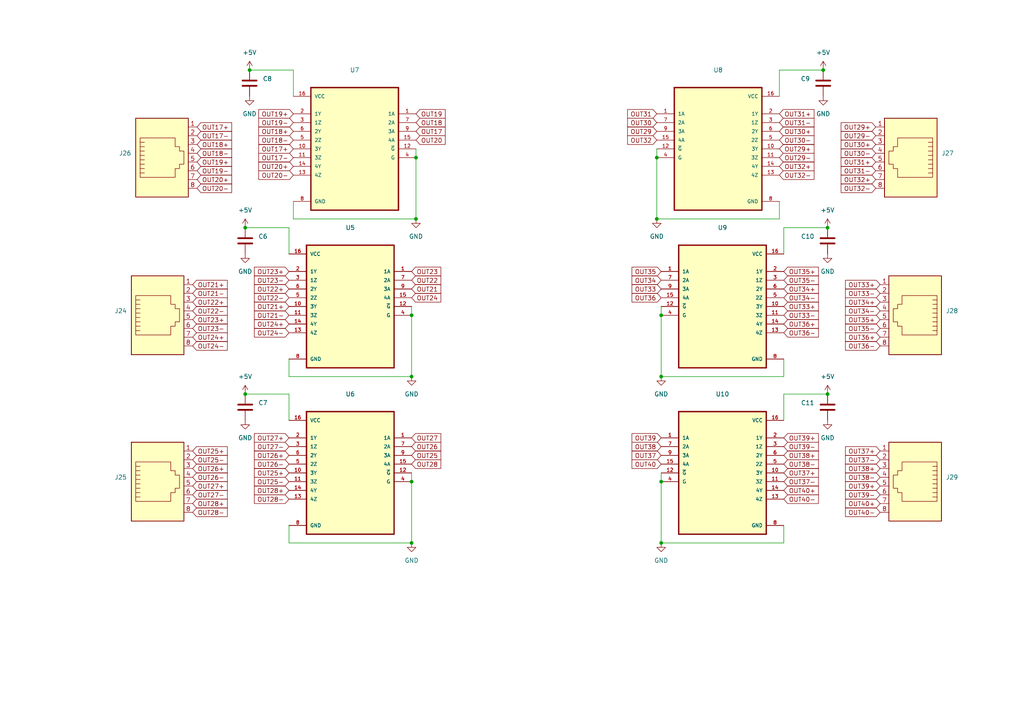
<source format=kicad_sch>
(kicad_sch (version 20211123) (generator eeschema)

  (uuid 78731f60-393e-437d-8145-8a28612031df)

  (paper "A4")

  (lib_symbols
    (symbol "AM26C31IDR:AM26C31IDR" (pin_names (offset 1.016)) (in_bom yes) (on_board yes)
      (property "Reference" "U" (id 0) (at -12.7 18.7706 0)
        (effects (font (size 1.27 1.27)) (justify left bottom))
      )
      (property "Value" "AM26C31IDR" (id 1) (at -12.7 -21.7678 0)
        (effects (font (size 1.27 1.27)) (justify left bottom))
      )
      (property "Footprint" "SOIC127P600X175-16N" (id 2) (at 0 0 0)
        (effects (font (size 1.27 1.27)) (justify left bottom) hide)
      )
      (property "Datasheet" "" (id 3) (at 0 0 0)
        (effects (font (size 1.27 1.27)) (justify left bottom) hide)
      )
      (property "ki_locked" "" (id 4) (at 0 0 0)
        (effects (font (size 1.27 1.27)))
      )
      (symbol "AM26C31IDR_0_0"
        (rectangle (start -12.7 -17.78) (end 12.7 17.78)
          (stroke (width 0.4064) (type default) (color 0 0 0 0))
          (fill (type background))
        )
        (pin input line (at -17.78 10.16 0) (length 5.08)
          (name "1A" (effects (font (size 1.016 1.016))))
          (number "1" (effects (font (size 1.016 1.016))))
        )
        (pin output line (at 17.78 0 180) (length 5.08)
          (name "3Y" (effects (font (size 1.016 1.016))))
          (number "10" (effects (font (size 1.016 1.016))))
        )
        (pin output line (at 17.78 -2.54 180) (length 5.08)
          (name "3Z" (effects (font (size 1.016 1.016))))
          (number "11" (effects (font (size 1.016 1.016))))
        )
        (pin input line (at -17.78 0 0) (length 5.08)
          (name "~{G}" (effects (font (size 1.016 1.016))))
          (number "12" (effects (font (size 1.016 1.016))))
        )
        (pin output line (at 17.78 -7.62 180) (length 5.08)
          (name "4Z" (effects (font (size 1.016 1.016))))
          (number "13" (effects (font (size 1.016 1.016))))
        )
        (pin output line (at 17.78 -5.08 180) (length 5.08)
          (name "4Y" (effects (font (size 1.016 1.016))))
          (number "14" (effects (font (size 1.016 1.016))))
        )
        (pin input line (at -17.78 2.54 0) (length 5.08)
          (name "4A" (effects (font (size 1.016 1.016))))
          (number "15" (effects (font (size 1.016 1.016))))
        )
        (pin power_in line (at 17.78 15.24 180) (length 5.08)
          (name "VCC" (effects (font (size 1.016 1.016))))
          (number "16" (effects (font (size 1.016 1.016))))
        )
        (pin output line (at 17.78 10.16 180) (length 5.08)
          (name "1Y" (effects (font (size 1.016 1.016))))
          (number "2" (effects (font (size 1.016 1.016))))
        )
        (pin output line (at 17.78 7.62 180) (length 5.08)
          (name "1Z" (effects (font (size 1.016 1.016))))
          (number "3" (effects (font (size 1.016 1.016))))
        )
        (pin input line (at -17.78 -2.54 0) (length 5.08)
          (name "G" (effects (font (size 1.016 1.016))))
          (number "4" (effects (font (size 1.016 1.016))))
        )
        (pin output line (at 17.78 2.54 180) (length 5.08)
          (name "2Z" (effects (font (size 1.016 1.016))))
          (number "5" (effects (font (size 1.016 1.016))))
        )
        (pin output line (at 17.78 5.08 180) (length 5.08)
          (name "2Y" (effects (font (size 1.016 1.016))))
          (number "6" (effects (font (size 1.016 1.016))))
        )
        (pin input line (at -17.78 7.62 0) (length 5.08)
          (name "2A" (effects (font (size 1.016 1.016))))
          (number "7" (effects (font (size 1.016 1.016))))
        )
        (pin power_in line (at 17.78 -15.24 180) (length 5.08)
          (name "GND" (effects (font (size 1.016 1.016))))
          (number "8" (effects (font (size 1.016 1.016))))
        )
        (pin input line (at -17.78 5.08 0) (length 5.08)
          (name "3A" (effects (font (size 1.016 1.016))))
          (number "9" (effects (font (size 1.016 1.016))))
        )
      )
    )
    (symbol "Connector:RJ45" (pin_names (offset 1.016)) (in_bom yes) (on_board yes)
      (property "Reference" "J" (id 0) (at -5.08 13.97 0)
        (effects (font (size 1.27 1.27)) (justify right))
      )
      (property "Value" "RJ45" (id 1) (at 2.54 13.97 0)
        (effects (font (size 1.27 1.27)) (justify left))
      )
      (property "Footprint" "" (id 2) (at 0 0.635 90)
        (effects (font (size 1.27 1.27)) hide)
      )
      (property "Datasheet" "~" (id 3) (at 0 0.635 90)
        (effects (font (size 1.27 1.27)) hide)
      )
      (property "ki_keywords" "8P8C RJ female connector" (id 4) (at 0 0 0)
        (effects (font (size 1.27 1.27)) hide)
      )
      (property "ki_description" "RJ connector, 8P8C (8 positions 8 connected)" (id 5) (at 0 0 0)
        (effects (font (size 1.27 1.27)) hide)
      )
      (property "ki_fp_filters" "8P8C* RJ31* RJ32* RJ33* RJ34* RJ35* RJ41* RJ45* RJ49* RJ61*" (id 6) (at 0 0 0)
        (effects (font (size 1.27 1.27)) hide)
      )
      (symbol "RJ45_0_1"
        (polyline
          (pts
            (xy -5.08 4.445)
            (xy -6.35 4.445)
          )
          (stroke (width 0) (type default) (color 0 0 0 0))
          (fill (type none))
        )
        (polyline
          (pts
            (xy -5.08 5.715)
            (xy -6.35 5.715)
          )
          (stroke (width 0) (type default) (color 0 0 0 0))
          (fill (type none))
        )
        (polyline
          (pts
            (xy -6.35 -3.175)
            (xy -5.08 -3.175)
            (xy -5.08 -3.175)
          )
          (stroke (width 0) (type default) (color 0 0 0 0))
          (fill (type none))
        )
        (polyline
          (pts
            (xy -6.35 -1.905)
            (xy -5.08 -1.905)
            (xy -5.08 -1.905)
          )
          (stroke (width 0) (type default) (color 0 0 0 0))
          (fill (type none))
        )
        (polyline
          (pts
            (xy -6.35 -0.635)
            (xy -5.08 -0.635)
            (xy -5.08 -0.635)
          )
          (stroke (width 0) (type default) (color 0 0 0 0))
          (fill (type none))
        )
        (polyline
          (pts
            (xy -6.35 0.635)
            (xy -5.08 0.635)
            (xy -5.08 0.635)
          )
          (stroke (width 0) (type default) (color 0 0 0 0))
          (fill (type none))
        )
        (polyline
          (pts
            (xy -6.35 1.905)
            (xy -5.08 1.905)
            (xy -5.08 1.905)
          )
          (stroke (width 0) (type default) (color 0 0 0 0))
          (fill (type none))
        )
        (polyline
          (pts
            (xy -5.08 3.175)
            (xy -6.35 3.175)
            (xy -6.35 3.175)
          )
          (stroke (width 0) (type default) (color 0 0 0 0))
          (fill (type none))
        )
        (polyline
          (pts
            (xy -6.35 -4.445)
            (xy -6.35 6.985)
            (xy 3.81 6.985)
            (xy 3.81 4.445)
            (xy 5.08 4.445)
            (xy 5.08 3.175)
            (xy 6.35 3.175)
            (xy 6.35 -0.635)
            (xy 5.08 -0.635)
            (xy 5.08 -1.905)
            (xy 3.81 -1.905)
            (xy 3.81 -4.445)
            (xy -6.35 -4.445)
            (xy -6.35 -4.445)
          )
          (stroke (width 0) (type default) (color 0 0 0 0))
          (fill (type none))
        )
        (rectangle (start 7.62 12.7) (end -7.62 -10.16)
          (stroke (width 0.254) (type default) (color 0 0 0 0))
          (fill (type background))
        )
      )
      (symbol "RJ45_1_1"
        (pin passive line (at 10.16 -7.62 180) (length 2.54)
          (name "~" (effects (font (size 1.27 1.27))))
          (number "1" (effects (font (size 1.27 1.27))))
        )
        (pin passive line (at 10.16 -5.08 180) (length 2.54)
          (name "~" (effects (font (size 1.27 1.27))))
          (number "2" (effects (font (size 1.27 1.27))))
        )
        (pin passive line (at 10.16 -2.54 180) (length 2.54)
          (name "~" (effects (font (size 1.27 1.27))))
          (number "3" (effects (font (size 1.27 1.27))))
        )
        (pin passive line (at 10.16 0 180) (length 2.54)
          (name "~" (effects (font (size 1.27 1.27))))
          (number "4" (effects (font (size 1.27 1.27))))
        )
        (pin passive line (at 10.16 2.54 180) (length 2.54)
          (name "~" (effects (font (size 1.27 1.27))))
          (number "5" (effects (font (size 1.27 1.27))))
        )
        (pin passive line (at 10.16 5.08 180) (length 2.54)
          (name "~" (effects (font (size 1.27 1.27))))
          (number "6" (effects (font (size 1.27 1.27))))
        )
        (pin passive line (at 10.16 7.62 180) (length 2.54)
          (name "~" (effects (font (size 1.27 1.27))))
          (number "7" (effects (font (size 1.27 1.27))))
        )
        (pin passive line (at 10.16 10.16 180) (length 2.54)
          (name "~" (effects (font (size 1.27 1.27))))
          (number "8" (effects (font (size 1.27 1.27))))
        )
      )
    )
    (symbol "Device:C" (pin_numbers hide) (pin_names (offset 0.254)) (in_bom yes) (on_board yes)
      (property "Reference" "C" (id 0) (at 0.635 2.54 0)
        (effects (font (size 1.27 1.27)) (justify left))
      )
      (property "Value" "C" (id 1) (at 0.635 -2.54 0)
        (effects (font (size 1.27 1.27)) (justify left))
      )
      (property "Footprint" "" (id 2) (at 0.9652 -3.81 0)
        (effects (font (size 1.27 1.27)) hide)
      )
      (property "Datasheet" "~" (id 3) (at 0 0 0)
        (effects (font (size 1.27 1.27)) hide)
      )
      (property "ki_keywords" "cap capacitor" (id 4) (at 0 0 0)
        (effects (font (size 1.27 1.27)) hide)
      )
      (property "ki_description" "Unpolarized capacitor" (id 5) (at 0 0 0)
        (effects (font (size 1.27 1.27)) hide)
      )
      (property "ki_fp_filters" "C_*" (id 6) (at 0 0 0)
        (effects (font (size 1.27 1.27)) hide)
      )
      (symbol "C_0_1"
        (polyline
          (pts
            (xy -2.032 -0.762)
            (xy 2.032 -0.762)
          )
          (stroke (width 0.508) (type default) (color 0 0 0 0))
          (fill (type none))
        )
        (polyline
          (pts
            (xy -2.032 0.762)
            (xy 2.032 0.762)
          )
          (stroke (width 0.508) (type default) (color 0 0 0 0))
          (fill (type none))
        )
      )
      (symbol "C_1_1"
        (pin passive line (at 0 3.81 270) (length 2.794)
          (name "~" (effects (font (size 1.27 1.27))))
          (number "1" (effects (font (size 1.27 1.27))))
        )
        (pin passive line (at 0 -3.81 90) (length 2.794)
          (name "~" (effects (font (size 1.27 1.27))))
          (number "2" (effects (font (size 1.27 1.27))))
        )
      )
    )
    (symbol "power:+5V" (power) (pin_names (offset 0)) (in_bom yes) (on_board yes)
      (property "Reference" "#PWR" (id 0) (at 0 -3.81 0)
        (effects (font (size 1.27 1.27)) hide)
      )
      (property "Value" "+5V" (id 1) (at 0 3.556 0)
        (effects (font (size 1.27 1.27)))
      )
      (property "Footprint" "" (id 2) (at 0 0 0)
        (effects (font (size 1.27 1.27)) hide)
      )
      (property "Datasheet" "" (id 3) (at 0 0 0)
        (effects (font (size 1.27 1.27)) hide)
      )
      (property "ki_keywords" "power-flag" (id 4) (at 0 0 0)
        (effects (font (size 1.27 1.27)) hide)
      )
      (property "ki_description" "Power symbol creates a global label with name \"+5V\"" (id 5) (at 0 0 0)
        (effects (font (size 1.27 1.27)) hide)
      )
      (symbol "+5V_0_1"
        (polyline
          (pts
            (xy -0.762 1.27)
            (xy 0 2.54)
          )
          (stroke (width 0) (type default) (color 0 0 0 0))
          (fill (type none))
        )
        (polyline
          (pts
            (xy 0 0)
            (xy 0 2.54)
          )
          (stroke (width 0) (type default) (color 0 0 0 0))
          (fill (type none))
        )
        (polyline
          (pts
            (xy 0 2.54)
            (xy 0.762 1.27)
          )
          (stroke (width 0) (type default) (color 0 0 0 0))
          (fill (type none))
        )
      )
      (symbol "+5V_1_1"
        (pin power_in line (at 0 0 90) (length 0) hide
          (name "+5V" (effects (font (size 1.27 1.27))))
          (number "1" (effects (font (size 1.27 1.27))))
        )
      )
    )
    (symbol "power:GND" (power) (pin_names (offset 0)) (in_bom yes) (on_board yes)
      (property "Reference" "#PWR" (id 0) (at 0 -6.35 0)
        (effects (font (size 1.27 1.27)) hide)
      )
      (property "Value" "GND" (id 1) (at 0 -3.81 0)
        (effects (font (size 1.27 1.27)))
      )
      (property "Footprint" "" (id 2) (at 0 0 0)
        (effects (font (size 1.27 1.27)) hide)
      )
      (property "Datasheet" "" (id 3) (at 0 0 0)
        (effects (font (size 1.27 1.27)) hide)
      )
      (property "ki_keywords" "power-flag" (id 4) (at 0 0 0)
        (effects (font (size 1.27 1.27)) hide)
      )
      (property "ki_description" "Power symbol creates a global label with name \"GND\" , ground" (id 5) (at 0 0 0)
        (effects (font (size 1.27 1.27)) hide)
      )
      (symbol "GND_0_1"
        (polyline
          (pts
            (xy 0 0)
            (xy 0 -1.27)
            (xy 1.27 -1.27)
            (xy 0 -2.54)
            (xy -1.27 -1.27)
            (xy 0 -1.27)
          )
          (stroke (width 0) (type default) (color 0 0 0 0))
          (fill (type none))
        )
      )
      (symbol "GND_1_1"
        (pin power_in line (at 0 0 270) (length 0) hide
          (name "GND" (effects (font (size 1.27 1.27))))
          (number "1" (effects (font (size 1.27 1.27))))
        )
      )
    )
  )

  (junction (at 190.5 45.72) (diameter 0) (color 0 0 0 0)
    (uuid 1c1b9114-9090-4e7d-bfa9-1f12e56486c1)
  )
  (junction (at 120.65 63.5) (diameter 0) (color 0 0 0 0)
    (uuid 22687523-5c17-4622-ab16-4956bd93035b)
  )
  (junction (at 240.03 66.04) (diameter 0) (color 0 0 0 0)
    (uuid 3ea37a59-13da-427a-ae41-641712dc6527)
  )
  (junction (at 120.65 45.72) (diameter 0) (color 0 0 0 0)
    (uuid 53951608-1c84-4917-b875-45b4552308cc)
  )
  (junction (at 71.12 66.04) (diameter 0) (color 0 0 0 0)
    (uuid 54ab99ee-eb36-403a-964b-83969084f36f)
  )
  (junction (at 71.12 114.3) (diameter 0) (color 0 0 0 0)
    (uuid 562a1cb9-03b8-4294-8d18-46e506a1205e)
  )
  (junction (at 72.39 20.32) (diameter 0) (color 0 0 0 0)
    (uuid 6b6bd347-7311-4101-b00e-8c75f5b34654)
  )
  (junction (at 191.77 157.48) (diameter 0) (color 0 0 0 0)
    (uuid 6c43f7f8-f536-4273-9668-3616f725c644)
  )
  (junction (at 238.76 20.32) (diameter 0) (color 0 0 0 0)
    (uuid 7c37f2e1-940a-4ae4-9f63-f15d5d4c2d47)
  )
  (junction (at 191.77 109.22) (diameter 0) (color 0 0 0 0)
    (uuid 8ec7ca46-e5c4-4993-9174-120b2b7f2a83)
  )
  (junction (at 190.5 63.5) (diameter 0) (color 0 0 0 0)
    (uuid 9838488c-d441-4c63-a571-c2921c80b312)
  )
  (junction (at 119.38 109.22) (diameter 0) (color 0 0 0 0)
    (uuid 9b5b3317-c04a-49ff-90a9-959b83e61837)
  )
  (junction (at 119.38 139.7) (diameter 0) (color 0 0 0 0)
    (uuid a16860a4-63af-4417-9b40-aa824ba0cf28)
  )
  (junction (at 119.38 91.44) (diameter 0) (color 0 0 0 0)
    (uuid aaa41539-8acc-4109-aa31-4cca26637d33)
  )
  (junction (at 191.77 91.44) (diameter 0) (color 0 0 0 0)
    (uuid b60a6b12-2e86-4c97-baee-8138e0d70661)
  )
  (junction (at 191.77 139.7) (diameter 0) (color 0 0 0 0)
    (uuid c23c9606-f405-425b-8f52-178cd9e777c2)
  )
  (junction (at 119.38 157.48) (diameter 0) (color 0 0 0 0)
    (uuid c372ae8e-11fd-44ee-b030-259e238c1f2c)
  )
  (junction (at 240.03 114.3) (diameter 0) (color 0 0 0 0)
    (uuid ffbc1e38-3a93-42d3-9f58-5d243bef9508)
  )

  (wire (pts (xy 83.82 121.92) (xy 83.82 114.3))
    (stroke (width 0) (type default) (color 0 0 0 0))
    (uuid 060cd5fd-11fc-4f98-8fb2-59566f7ea392)
  )
  (wire (pts (xy 71.12 66.04) (xy 83.82 66.04))
    (stroke (width 0) (type default) (color 0 0 0 0))
    (uuid 0febea25-62ce-4244-9376-965a75259373)
  )
  (wire (pts (xy 85.09 58.42) (xy 85.09 63.5))
    (stroke (width 0) (type default) (color 0 0 0 0))
    (uuid 1b7d323d-7aa9-4dde-964e-f3293815cd35)
  )
  (wire (pts (xy 226.06 58.42) (xy 226.06 63.5))
    (stroke (width 0) (type default) (color 0 0 0 0))
    (uuid 1c6c1977-6735-4cfa-9ca0-215c723559db)
  )
  (wire (pts (xy 83.82 104.14) (xy 83.82 109.22))
    (stroke (width 0) (type default) (color 0 0 0 0))
    (uuid 26ab3db4-168e-44bb-8c70-6b4b7596597d)
  )
  (wire (pts (xy 120.65 63.5) (xy 120.65 45.72))
    (stroke (width 0) (type default) (color 0 0 0 0))
    (uuid 2c646430-eee7-4614-bb6a-0b93fec0bc37)
  )
  (wire (pts (xy 119.38 137.16) (xy 119.38 139.7))
    (stroke (width 0) (type default) (color 0 0 0 0))
    (uuid 2eb165d1-3af4-4a9c-8bd5-9cb860098954)
  )
  (wire (pts (xy 227.33 157.48) (xy 191.77 157.48))
    (stroke (width 0) (type default) (color 0 0 0 0))
    (uuid 30e32e8c-bf79-481d-9d49-200e7b3684bc)
  )
  (wire (pts (xy 83.82 109.22) (xy 119.38 109.22))
    (stroke (width 0) (type default) (color 0 0 0 0))
    (uuid 3900e60f-d700-4630-96f0-bd8dcd4287a1)
  )
  (wire (pts (xy 85.09 27.94) (xy 85.09 20.32))
    (stroke (width 0) (type default) (color 0 0 0 0))
    (uuid 3a347f6c-ac4a-4e5b-846d-612878cb0c88)
  )
  (wire (pts (xy 119.38 109.22) (xy 119.38 91.44))
    (stroke (width 0) (type default) (color 0 0 0 0))
    (uuid 42b68d25-83a7-4a95-af92-b3ee127ed743)
  )
  (wire (pts (xy 191.77 88.9) (xy 191.77 91.44))
    (stroke (width 0) (type default) (color 0 0 0 0))
    (uuid 58af3648-a882-459f-a700-57fbab50e302)
  )
  (wire (pts (xy 227.33 73.66) (xy 227.33 66.04))
    (stroke (width 0) (type default) (color 0 0 0 0))
    (uuid 59bb5e0c-f0e1-47fc-9d05-3b1aaf532819)
  )
  (wire (pts (xy 191.77 157.48) (xy 191.77 139.7))
    (stroke (width 0) (type default) (color 0 0 0 0))
    (uuid 6935cc23-1312-4c8c-ac5e-9d3a110c06d0)
  )
  (wire (pts (xy 119.38 157.48) (xy 119.38 139.7))
    (stroke (width 0) (type default) (color 0 0 0 0))
    (uuid 6f70692f-39b8-4496-adbb-969a7bfb781a)
  )
  (wire (pts (xy 226.06 63.5) (xy 190.5 63.5))
    (stroke (width 0) (type default) (color 0 0 0 0))
    (uuid 763b88b1-780d-4a71-9f52-51ece393f506)
  )
  (wire (pts (xy 83.82 152.4) (xy 83.82 157.48))
    (stroke (width 0) (type default) (color 0 0 0 0))
    (uuid 76b8a043-1b37-4e5e-bb3a-5cbab6ac733d)
  )
  (wire (pts (xy 227.33 152.4) (xy 227.33 157.48))
    (stroke (width 0) (type default) (color 0 0 0 0))
    (uuid 81c35794-8874-4b9c-9d6f-64e05efe3e0f)
  )
  (wire (pts (xy 71.12 114.3) (xy 83.82 114.3))
    (stroke (width 0) (type default) (color 0 0 0 0))
    (uuid 836df2b6-828c-40d9-a59a-5fb4728da525)
  )
  (wire (pts (xy 120.65 43.18) (xy 120.65 45.72))
    (stroke (width 0) (type default) (color 0 0 0 0))
    (uuid 85949136-19e7-40b5-8766-12b7924a83f9)
  )
  (wire (pts (xy 190.5 43.18) (xy 190.5 45.72))
    (stroke (width 0) (type default) (color 0 0 0 0))
    (uuid 87341fc2-467f-4385-8a30-1ef3eba7ecd3)
  )
  (wire (pts (xy 240.03 66.04) (xy 227.33 66.04))
    (stroke (width 0) (type default) (color 0 0 0 0))
    (uuid 88320a9c-eb88-426b-a446-deba7a9911bb)
  )
  (wire (pts (xy 119.38 88.9) (xy 119.38 91.44))
    (stroke (width 0) (type default) (color 0 0 0 0))
    (uuid 9357175b-7606-48cc-a690-4ba682ef31ab)
  )
  (wire (pts (xy 238.76 20.32) (xy 226.06 20.32))
    (stroke (width 0) (type default) (color 0 0 0 0))
    (uuid 985bceff-8129-4a55-9be4-11a4059bc986)
  )
  (wire (pts (xy 191.77 109.22) (xy 191.77 91.44))
    (stroke (width 0) (type default) (color 0 0 0 0))
    (uuid 9d1d9999-a51e-42ff-a614-677d5a3a2108)
  )
  (wire (pts (xy 83.82 73.66) (xy 83.82 66.04))
    (stroke (width 0) (type default) (color 0 0 0 0))
    (uuid a36d61d9-8fde-41b4-b576-fc464fe9ad2d)
  )
  (wire (pts (xy 190.5 63.5) (xy 190.5 45.72))
    (stroke (width 0) (type default) (color 0 0 0 0))
    (uuid a6a615e7-a5f2-4033-8895-47bacea6bdef)
  )
  (wire (pts (xy 191.77 137.16) (xy 191.77 139.7))
    (stroke (width 0) (type default) (color 0 0 0 0))
    (uuid a779150b-4c5c-4811-8739-07813c74194e)
  )
  (wire (pts (xy 227.33 104.14) (xy 227.33 109.22))
    (stroke (width 0) (type default) (color 0 0 0 0))
    (uuid b34d47bc-0929-4b8a-b974-24ae0357aede)
  )
  (wire (pts (xy 227.33 121.92) (xy 227.33 114.3))
    (stroke (width 0) (type default) (color 0 0 0 0))
    (uuid b875018d-cfcb-4fd4-8edd-7042e0b32128)
  )
  (wire (pts (xy 240.03 114.3) (xy 227.33 114.3))
    (stroke (width 0) (type default) (color 0 0 0 0))
    (uuid bf1eb7fd-0555-4a3f-ab43-fcecb74ab7cb)
  )
  (wire (pts (xy 227.33 109.22) (xy 191.77 109.22))
    (stroke (width 0) (type default) (color 0 0 0 0))
    (uuid c7909a96-0977-47c1-a761-37d1b20fe68d)
  )
  (wire (pts (xy 226.06 27.94) (xy 226.06 20.32))
    (stroke (width 0) (type default) (color 0 0 0 0))
    (uuid e4066eed-bc8c-4b99-8130-df5a95a594d1)
  )
  (wire (pts (xy 72.39 20.32) (xy 85.09 20.32))
    (stroke (width 0) (type default) (color 0 0 0 0))
    (uuid ea529c01-8b70-42c3-abb0-ec855a882899)
  )
  (wire (pts (xy 85.09 63.5) (xy 120.65 63.5))
    (stroke (width 0) (type default) (color 0 0 0 0))
    (uuid eed9d408-fb68-4592-be4e-2f0b63621a75)
  )
  (wire (pts (xy 83.82 157.48) (xy 119.38 157.48))
    (stroke (width 0) (type default) (color 0 0 0 0))
    (uuid efcaba32-f731-49b7-8a8f-65206b0fed9a)
  )

  (global_label "OUT39+" (shape input) (at 227.33 127 0) (fields_autoplaced)
    (effects (font (size 1.27 1.27)) (justify left))
    (uuid 01bc4c7b-4e67-4fe4-960c-6c34549cd9da)
    (property "Intersheet References" "${INTERSHEET_REFS}" (id 0) (at 237.3631 126.9206 0)
      (effects (font (size 1.27 1.27)) (justify left) hide)
    )
  )
  (global_label "OUT26-" (shape input) (at 55.88 138.43 0) (fields_autoplaced)
    (effects (font (size 1.27 1.27)) (justify left))
    (uuid 02be4538-d2ed-4730-983d-1b864d519394)
    (property "Intersheet References" "${INTERSHEET_REFS}" (id 0) (at 65.9131 138.3506 0)
      (effects (font (size 1.27 1.27)) (justify left) hide)
    )
  )
  (global_label "OUT23+" (shape input) (at 55.88 92.71 0) (fields_autoplaced)
    (effects (font (size 1.27 1.27)) (justify left))
    (uuid 047f79e4-4394-432d-a57d-e35f457b3999)
    (property "Intersheet References" "${INTERSHEET_REFS}" (id 0) (at 65.9131 92.6306 0)
      (effects (font (size 1.27 1.27)) (justify left) hide)
    )
  )
  (global_label "OUT30-" (shape input) (at 226.06 40.64 0) (fields_autoplaced)
    (effects (font (size 1.27 1.27)) (justify left))
    (uuid 05e4aca8-4f46-4de6-9fb3-1561b1bfc8b2)
    (property "Intersheet References" "${INTERSHEET_REFS}" (id 0) (at 236.0931 40.5606 0)
      (effects (font (size 1.27 1.27)) (justify left) hide)
    )
  )
  (global_label "OUT20+" (shape input) (at 85.09 48.26 180) (fields_autoplaced)
    (effects (font (size 1.27 1.27)) (justify right))
    (uuid 0a327a70-bef0-4fc9-9ca3-7b46065ce974)
    (property "Intersheet References" "${INTERSHEET_REFS}" (id 0) (at 75.0569 48.1806 0)
      (effects (font (size 1.27 1.27)) (justify right) hide)
    )
  )
  (global_label "OUT32+" (shape input) (at 226.06 48.26 0) (fields_autoplaced)
    (effects (font (size 1.27 1.27)) (justify left))
    (uuid 12893755-933d-4886-8263-f369106c31d0)
    (property "Intersheet References" "${INTERSHEET_REFS}" (id 0) (at 236.0931 48.1806 0)
      (effects (font (size 1.27 1.27)) (justify left) hide)
    )
  )
  (global_label "OUT28+" (shape input) (at 55.88 146.05 0) (fields_autoplaced)
    (effects (font (size 1.27 1.27)) (justify left))
    (uuid 13f9b349-ae8a-4cc3-a66a-eaabfdb24669)
    (property "Intersheet References" "${INTERSHEET_REFS}" (id 0) (at 65.9131 145.9706 0)
      (effects (font (size 1.27 1.27)) (justify left) hide)
    )
  )
  (global_label "OUT34-" (shape input) (at 255.27 90.17 180) (fields_autoplaced)
    (effects (font (size 1.27 1.27)) (justify right))
    (uuid 19163ebf-a55e-413c-8d08-93d7b1a80295)
    (property "Intersheet References" "${INTERSHEET_REFS}" (id 0) (at 245.2369 90.0906 0)
      (effects (font (size 1.27 1.27)) (justify right) hide)
    )
  )
  (global_label "OUT23-" (shape input) (at 83.82 81.28 180) (fields_autoplaced)
    (effects (font (size 1.27 1.27)) (justify right))
    (uuid 19286543-da33-4462-951c-f68d02158865)
    (property "Intersheet References" "${INTERSHEET_REFS}" (id 0) (at 73.7869 81.2006 0)
      (effects (font (size 1.27 1.27)) (justify right) hide)
    )
  )
  (global_label "OUT17" (shape input) (at 120.65 38.1 0) (fields_autoplaced)
    (effects (font (size 1.27 1.27)) (justify left))
    (uuid 1b3a35c8-268a-45e3-8205-c17b8c06e7b8)
    (property "Intersheet References" "${INTERSHEET_REFS}" (id 0) (at 129.1107 38.0206 0)
      (effects (font (size 1.27 1.27)) (justify left) hide)
    )
  )
  (global_label "OUT26+" (shape input) (at 55.88 135.89 0) (fields_autoplaced)
    (effects (font (size 1.27 1.27)) (justify left))
    (uuid 1b4e036e-f9eb-48b5-8bfc-e0214ea63581)
    (property "Intersheet References" "${INTERSHEET_REFS}" (id 0) (at 65.9131 135.8106 0)
      (effects (font (size 1.27 1.27)) (justify left) hide)
    )
  )
  (global_label "OUT27-" (shape input) (at 55.88 143.51 0) (fields_autoplaced)
    (effects (font (size 1.27 1.27)) (justify left))
    (uuid 1cc80773-d516-4e94-af96-861eee553b7c)
    (property "Intersheet References" "${INTERSHEET_REFS}" (id 0) (at 65.9131 143.4306 0)
      (effects (font (size 1.27 1.27)) (justify left) hide)
    )
  )
  (global_label "OUT25+" (shape input) (at 55.88 130.81 0) (fields_autoplaced)
    (effects (font (size 1.27 1.27)) (justify left))
    (uuid 1da4e41d-15bb-48ca-a67b-071ac4358182)
    (property "Intersheet References" "${INTERSHEET_REFS}" (id 0) (at 65.9131 130.7306 0)
      (effects (font (size 1.27 1.27)) (justify left) hide)
    )
  )
  (global_label "OUT34" (shape input) (at 191.77 81.28 180) (fields_autoplaced)
    (effects (font (size 1.27 1.27)) (justify right))
    (uuid 1e7f7f4e-686d-4d23-8beb-88b06ea8efae)
    (property "Intersheet References" "${INTERSHEET_REFS}" (id 0) (at 183.3093 81.2006 0)
      (effects (font (size 1.27 1.27)) (justify right) hide)
    )
  )
  (global_label "OUT29-" (shape input) (at 226.06 45.72 0) (fields_autoplaced)
    (effects (font (size 1.27 1.27)) (justify left))
    (uuid 2bbb9356-f102-4b40-8aa3-37dbb885c2c3)
    (property "Intersheet References" "${INTERSHEET_REFS}" (id 0) (at 236.0931 45.6406 0)
      (effects (font (size 1.27 1.27)) (justify left) hide)
    )
  )
  (global_label "OUT21+" (shape input) (at 83.82 88.9 180) (fields_autoplaced)
    (effects (font (size 1.27 1.27)) (justify right))
    (uuid 2f1fe498-4497-41e2-b7a2-a8c00bc3be17)
    (property "Intersheet References" "${INTERSHEET_REFS}" (id 0) (at 73.7869 88.8206 0)
      (effects (font (size 1.27 1.27)) (justify right) hide)
    )
  )
  (global_label "OUT19-" (shape input) (at 57.15 49.53 0) (fields_autoplaced)
    (effects (font (size 1.27 1.27)) (justify left))
    (uuid 308bd7ff-219a-4f3d-be1d-c1116a197f2b)
    (property "Intersheet References" "${INTERSHEET_REFS}" (id 0) (at 67.1831 49.4506 0)
      (effects (font (size 1.27 1.27)) (justify left) hide)
    )
  )
  (global_label "OUT25" (shape input) (at 119.38 132.08 0) (fields_autoplaced)
    (effects (font (size 1.27 1.27)) (justify left))
    (uuid 31c60c5a-0143-46fa-a730-39ea66f475e0)
    (property "Intersheet References" "${INTERSHEET_REFS}" (id 0) (at 127.8407 132.0006 0)
      (effects (font (size 1.27 1.27)) (justify left) hide)
    )
  )
  (global_label "OUT19-" (shape input) (at 85.09 35.56 180) (fields_autoplaced)
    (effects (font (size 1.27 1.27)) (justify right))
    (uuid 3703b6cd-ca06-443d-86d9-3db7ac95b8ad)
    (property "Intersheet References" "${INTERSHEET_REFS}" (id 0) (at 75.0569 35.6394 0)
      (effects (font (size 1.27 1.27)) (justify right) hide)
    )
  )
  (global_label "OUT22-" (shape input) (at 83.82 86.36 180) (fields_autoplaced)
    (effects (font (size 1.27 1.27)) (justify right))
    (uuid 38877d52-21ed-4701-a307-72007cd68f73)
    (property "Intersheet References" "${INTERSHEET_REFS}" (id 0) (at 73.7869 86.2806 0)
      (effects (font (size 1.27 1.27)) (justify right) hide)
    )
  )
  (global_label "OUT31+" (shape input) (at 254 46.99 180) (fields_autoplaced)
    (effects (font (size 1.27 1.27)) (justify right))
    (uuid 3bb909cf-10c3-40d6-ad0d-36668b1d42c8)
    (property "Intersheet References" "${INTERSHEET_REFS}" (id 0) (at 243.9669 46.9106 0)
      (effects (font (size 1.27 1.27)) (justify right) hide)
    )
  )
  (global_label "OUT39-" (shape input) (at 227.33 129.54 0) (fields_autoplaced)
    (effects (font (size 1.27 1.27)) (justify left))
    (uuid 3bdcc611-ebdd-4e6c-9a73-f5e81339775f)
    (property "Intersheet References" "${INTERSHEET_REFS}" (id 0) (at 237.3631 129.4606 0)
      (effects (font (size 1.27 1.27)) (justify left) hide)
    )
  )
  (global_label "OUT39" (shape input) (at 191.77 127 180) (fields_autoplaced)
    (effects (font (size 1.27 1.27)) (justify right))
    (uuid 3c8f583e-ad41-4d8c-94c2-d4d2ee0e3301)
    (property "Intersheet References" "${INTERSHEET_REFS}" (id 0) (at 183.3093 126.9206 0)
      (effects (font (size 1.27 1.27)) (justify right) hide)
    )
  )
  (global_label "OUT21+" (shape input) (at 55.88 82.55 0) (fields_autoplaced)
    (effects (font (size 1.27 1.27)) (justify left))
    (uuid 3ea34bfb-d4b9-4e23-abf0-57485eeacb08)
    (property "Intersheet References" "${INTERSHEET_REFS}" (id 0) (at 65.9131 82.4706 0)
      (effects (font (size 1.27 1.27)) (justify left) hide)
    )
  )
  (global_label "OUT35" (shape input) (at 191.77 78.74 180) (fields_autoplaced)
    (effects (font (size 1.27 1.27)) (justify right))
    (uuid 3ee95588-f6f5-4c86-8744-0ea97d135754)
    (property "Intersheet References" "${INTERSHEET_REFS}" (id 0) (at 183.3093 78.6606 0)
      (effects (font (size 1.27 1.27)) (justify right) hide)
    )
  )
  (global_label "OUT24-" (shape input) (at 83.82 96.52 180) (fields_autoplaced)
    (effects (font (size 1.27 1.27)) (justify right))
    (uuid 4217c49a-5c9b-4771-aa7b-7a6a3d10ce7e)
    (property "Intersheet References" "${INTERSHEET_REFS}" (id 0) (at 73.7869 96.4406 0)
      (effects (font (size 1.27 1.27)) (justify right) hide)
    )
  )
  (global_label "OUT19" (shape input) (at 120.65 33.02 0) (fields_autoplaced)
    (effects (font (size 1.27 1.27)) (justify left))
    (uuid 42a1f79d-a121-4ab7-a111-aced97095c3f)
    (property "Intersheet References" "${INTERSHEET_REFS}" (id 0) (at 129.1107 32.9406 0)
      (effects (font (size 1.27 1.27)) (justify left) hide)
    )
  )
  (global_label "OUT18+" (shape input) (at 85.09 38.1 180) (fields_autoplaced)
    (effects (font (size 1.27 1.27)) (justify right))
    (uuid 43367c7c-9e9b-4f98-916f-2d82995bcc15)
    (property "Intersheet References" "${INTERSHEET_REFS}" (id 0) (at 75.0569 38.0206 0)
      (effects (font (size 1.27 1.27)) (justify right) hide)
    )
  )
  (global_label "OUT36-" (shape input) (at 255.27 100.33 180) (fields_autoplaced)
    (effects (font (size 1.27 1.27)) (justify right))
    (uuid 43df8716-4d0c-45be-b4d3-6319787ee262)
    (property "Intersheet References" "${INTERSHEET_REFS}" (id 0) (at 245.2369 100.2506 0)
      (effects (font (size 1.27 1.27)) (justify right) hide)
    )
  )
  (global_label "OUT40+" (shape input) (at 227.33 142.24 0) (fields_autoplaced)
    (effects (font (size 1.27 1.27)) (justify left))
    (uuid 46b4e912-4184-4682-b527-9f09594ca284)
    (property "Intersheet References" "${INTERSHEET_REFS}" (id 0) (at 237.3631 142.1606 0)
      (effects (font (size 1.27 1.27)) (justify left) hide)
    )
  )
  (global_label "OUT18-" (shape input) (at 57.15 44.45 0) (fields_autoplaced)
    (effects (font (size 1.27 1.27)) (justify left))
    (uuid 490f74f5-e631-48c3-9212-aea56aa8d6a5)
    (property "Intersheet References" "${INTERSHEET_REFS}" (id 0) (at 67.1831 44.3706 0)
      (effects (font (size 1.27 1.27)) (justify left) hide)
    )
  )
  (global_label "OUT35+" (shape input) (at 255.27 92.71 180) (fields_autoplaced)
    (effects (font (size 1.27 1.27)) (justify right))
    (uuid 4ab65464-0591-4aba-9754-8750673d86b5)
    (property "Intersheet References" "${INTERSHEET_REFS}" (id 0) (at 245.2369 92.6306 0)
      (effects (font (size 1.27 1.27)) (justify right) hide)
    )
  )
  (global_label "OUT36+" (shape input) (at 227.33 93.98 0) (fields_autoplaced)
    (effects (font (size 1.27 1.27)) (justify left))
    (uuid 4c7b59e5-2ef0-43f6-aeae-e781e08b40db)
    (property "Intersheet References" "${INTERSHEET_REFS}" (id 0) (at 237.3631 93.9006 0)
      (effects (font (size 1.27 1.27)) (justify left) hide)
    )
  )
  (global_label "OUT38-" (shape input) (at 255.27 138.43 180) (fields_autoplaced)
    (effects (font (size 1.27 1.27)) (justify right))
    (uuid 4d9bfef6-bd6f-4dd7-90b9-8e6067fc9d2d)
    (property "Intersheet References" "${INTERSHEET_REFS}" (id 0) (at 245.2369 138.3506 0)
      (effects (font (size 1.27 1.27)) (justify right) hide)
    )
  )
  (global_label "OUT17-" (shape input) (at 57.15 39.37 0) (fields_autoplaced)
    (effects (font (size 1.27 1.27)) (justify left))
    (uuid 4f6560d1-6240-4a4e-9298-692f5b8380c3)
    (property "Intersheet References" "${INTERSHEET_REFS}" (id 0) (at 67.1831 39.2906 0)
      (effects (font (size 1.27 1.27)) (justify left) hide)
    )
  )
  (global_label "OUT26-" (shape input) (at 83.82 134.62 180) (fields_autoplaced)
    (effects (font (size 1.27 1.27)) (justify right))
    (uuid 52c2d03c-1921-46a2-ae7e-cc5ac460b3a0)
    (property "Intersheet References" "${INTERSHEET_REFS}" (id 0) (at 73.7869 134.5406 0)
      (effects (font (size 1.27 1.27)) (justify right) hide)
    )
  )
  (global_label "OUT32" (shape input) (at 190.5 40.64 180) (fields_autoplaced)
    (effects (font (size 1.27 1.27)) (justify right))
    (uuid 59821d2b-7a93-4123-afb2-ef06a1ba3a05)
    (property "Intersheet References" "${INTERSHEET_REFS}" (id 0) (at 182.0393 40.5606 0)
      (effects (font (size 1.27 1.27)) (justify right) hide)
    )
  )
  (global_label "OUT38" (shape input) (at 191.77 129.54 180) (fields_autoplaced)
    (effects (font (size 1.27 1.27)) (justify right))
    (uuid 59a7af4b-74bd-4bc0-ace2-7d6b924802ea)
    (property "Intersheet References" "${INTERSHEET_REFS}" (id 0) (at 183.3093 129.4606 0)
      (effects (font (size 1.27 1.27)) (justify right) hide)
    )
  )
  (global_label "OUT35+" (shape input) (at 227.33 78.74 0) (fields_autoplaced)
    (effects (font (size 1.27 1.27)) (justify left))
    (uuid 5a79b11a-cca7-4826-a3be-829ba301269c)
    (property "Intersheet References" "${INTERSHEET_REFS}" (id 0) (at 237.3631 78.6606 0)
      (effects (font (size 1.27 1.27)) (justify left) hide)
    )
  )
  (global_label "OUT34+" (shape input) (at 227.33 83.82 0) (fields_autoplaced)
    (effects (font (size 1.27 1.27)) (justify left))
    (uuid 5a966f8f-fd89-4be1-881a-7be4b712579c)
    (property "Intersheet References" "${INTERSHEET_REFS}" (id 0) (at 237.3631 83.7406 0)
      (effects (font (size 1.27 1.27)) (justify left) hide)
    )
  )
  (global_label "OUT28-" (shape input) (at 55.88 148.59 0) (fields_autoplaced)
    (effects (font (size 1.27 1.27)) (justify left))
    (uuid 5ad0e640-f2e6-4109-9358-50dba6b83133)
    (property "Intersheet References" "${INTERSHEET_REFS}" (id 0) (at 65.9131 148.5106 0)
      (effects (font (size 1.27 1.27)) (justify left) hide)
    )
  )
  (global_label "OUT17+" (shape input) (at 85.09 43.18 180) (fields_autoplaced)
    (effects (font (size 1.27 1.27)) (justify right))
    (uuid 5bfb2450-3d7f-4b06-b7b8-63309bd4354c)
    (property "Intersheet References" "${INTERSHEET_REFS}" (id 0) (at 75.0569 43.2594 0)
      (effects (font (size 1.27 1.27)) (justify right) hide)
    )
  )
  (global_label "OUT29+" (shape input) (at 254 36.83 180) (fields_autoplaced)
    (effects (font (size 1.27 1.27)) (justify right))
    (uuid 5e71b06b-8c52-4995-aa5c-83e98efcb398)
    (property "Intersheet References" "${INTERSHEET_REFS}" (id 0) (at 243.9669 36.7506 0)
      (effects (font (size 1.27 1.27)) (justify right) hide)
    )
  )
  (global_label "OUT30+" (shape input) (at 226.06 38.1 0) (fields_autoplaced)
    (effects (font (size 1.27 1.27)) (justify left))
    (uuid 600be7a5-6552-4253-9372-c449e92b94dc)
    (property "Intersheet References" "${INTERSHEET_REFS}" (id 0) (at 236.0931 38.0206 0)
      (effects (font (size 1.27 1.27)) (justify left) hide)
    )
  )
  (global_label "OUT35-" (shape input) (at 255.27 95.25 180) (fields_autoplaced)
    (effects (font (size 1.27 1.27)) (justify right))
    (uuid 617f906e-492b-4a33-aa1b-9bcd1f0dc366)
    (property "Intersheet References" "${INTERSHEET_REFS}" (id 0) (at 245.2369 95.1706 0)
      (effects (font (size 1.27 1.27)) (justify right) hide)
    )
  )
  (global_label "OUT32-" (shape input) (at 226.06 50.8 0) (fields_autoplaced)
    (effects (font (size 1.27 1.27)) (justify left))
    (uuid 6463a5b4-cbe7-4173-ad70-4560649fdc3b)
    (property "Intersheet References" "${INTERSHEET_REFS}" (id 0) (at 236.0931 50.7206 0)
      (effects (font (size 1.27 1.27)) (justify left) hide)
    )
  )
  (global_label "OUT40-" (shape input) (at 227.33 144.78 0) (fields_autoplaced)
    (effects (font (size 1.27 1.27)) (justify left))
    (uuid 682bfc1c-155e-4976-bfc7-fed554618b16)
    (property "Intersheet References" "${INTERSHEET_REFS}" (id 0) (at 237.3631 144.7006 0)
      (effects (font (size 1.27 1.27)) (justify left) hide)
    )
  )
  (global_label "OUT36" (shape input) (at 191.77 86.36 180) (fields_autoplaced)
    (effects (font (size 1.27 1.27)) (justify right))
    (uuid 6c194402-ca0c-4413-8b69-c2bffc822fc4)
    (property "Intersheet References" "${INTERSHEET_REFS}" (id 0) (at 183.3093 86.2806 0)
      (effects (font (size 1.27 1.27)) (justify right) hide)
    )
  )
  (global_label "OUT38-" (shape input) (at 227.33 134.62 0) (fields_autoplaced)
    (effects (font (size 1.27 1.27)) (justify left))
    (uuid 6e9cdeb8-66ee-4af8-80f8-d8cd7add6bf6)
    (property "Intersheet References" "${INTERSHEET_REFS}" (id 0) (at 237.3631 134.5406 0)
      (effects (font (size 1.27 1.27)) (justify left) hide)
    )
  )
  (global_label "OUT31-" (shape input) (at 254 49.53 180) (fields_autoplaced)
    (effects (font (size 1.27 1.27)) (justify right))
    (uuid 71b1c40c-7fc3-497b-9c7a-00be76f37e59)
    (property "Intersheet References" "${INTERSHEET_REFS}" (id 0) (at 243.9669 49.4506 0)
      (effects (font (size 1.27 1.27)) (justify right) hide)
    )
  )
  (global_label "OUT27-" (shape input) (at 83.82 129.54 180) (fields_autoplaced)
    (effects (font (size 1.27 1.27)) (justify right))
    (uuid 7297b21c-ce7c-404e-9354-e207c6dd43cf)
    (property "Intersheet References" "${INTERSHEET_REFS}" (id 0) (at 73.7869 129.4606 0)
      (effects (font (size 1.27 1.27)) (justify right) hide)
    )
  )
  (global_label "OUT20+" (shape input) (at 57.15 52.07 0) (fields_autoplaced)
    (effects (font (size 1.27 1.27)) (justify left))
    (uuid 747b8498-9226-494c-99f7-2ee4edbf8826)
    (property "Intersheet References" "${INTERSHEET_REFS}" (id 0) (at 67.1831 51.9906 0)
      (effects (font (size 1.27 1.27)) (justify left) hide)
    )
  )
  (global_label "OUT33-" (shape input) (at 255.27 85.09 180) (fields_autoplaced)
    (effects (font (size 1.27 1.27)) (justify right))
    (uuid 767b48ca-38e1-4dd6-8c70-c8488cc3dad0)
    (property "Intersheet References" "${INTERSHEET_REFS}" (id 0) (at 245.2369 85.0106 0)
      (effects (font (size 1.27 1.27)) (justify right) hide)
    )
  )
  (global_label "OUT23+" (shape input) (at 83.82 78.74 180) (fields_autoplaced)
    (effects (font (size 1.27 1.27)) (justify right))
    (uuid 76ead7fd-72b8-4219-9186-cabfe918e068)
    (property "Intersheet References" "${INTERSHEET_REFS}" (id 0) (at 73.7869 78.6606 0)
      (effects (font (size 1.27 1.27)) (justify right) hide)
    )
  )
  (global_label "OUT21" (shape input) (at 119.38 83.82 0) (fields_autoplaced)
    (effects (font (size 1.27 1.27)) (justify left))
    (uuid 7b779ffa-ee76-47bc-9711-d8a1d9232505)
    (property "Intersheet References" "${INTERSHEET_REFS}" (id 0) (at 127.8407 83.7406 0)
      (effects (font (size 1.27 1.27)) (justify left) hide)
    )
  )
  (global_label "OUT22+" (shape input) (at 83.82 83.82 180) (fields_autoplaced)
    (effects (font (size 1.27 1.27)) (justify right))
    (uuid 7c7ae924-3bf9-41d6-855b-dbe384aec0d0)
    (property "Intersheet References" "${INTERSHEET_REFS}" (id 0) (at 73.7869 83.7406 0)
      (effects (font (size 1.27 1.27)) (justify right) hide)
    )
  )
  (global_label "OUT31-" (shape input) (at 226.06 35.56 0) (fields_autoplaced)
    (effects (font (size 1.27 1.27)) (justify left))
    (uuid 7de17560-9e3f-459c-9a9a-209b8c4c8a9a)
    (property "Intersheet References" "${INTERSHEET_REFS}" (id 0) (at 236.0931 35.4806 0)
      (effects (font (size 1.27 1.27)) (justify left) hide)
    )
  )
  (global_label "OUT40+" (shape input) (at 255.27 146.05 180) (fields_autoplaced)
    (effects (font (size 1.27 1.27)) (justify right))
    (uuid 7f16c660-0a1e-43c2-b3d5-ffa92ee98a59)
    (property "Intersheet References" "${INTERSHEET_REFS}" (id 0) (at 245.2369 145.9706 0)
      (effects (font (size 1.27 1.27)) (justify right) hide)
    )
  )
  (global_label "OUT23" (shape input) (at 119.38 78.74 0) (fields_autoplaced)
    (effects (font (size 1.27 1.27)) (justify left))
    (uuid 815c86af-bb27-4dae-a1ea-cd62a290fa04)
    (property "Intersheet References" "${INTERSHEET_REFS}" (id 0) (at 127.8407 78.6606 0)
      (effects (font (size 1.27 1.27)) (justify left) hide)
    )
  )
  (global_label "OUT35-" (shape input) (at 227.33 81.28 0) (fields_autoplaced)
    (effects (font (size 1.27 1.27)) (justify left))
    (uuid 82e08adc-8009-411d-a655-653fec94db03)
    (property "Intersheet References" "${INTERSHEET_REFS}" (id 0) (at 237.3631 81.2006 0)
      (effects (font (size 1.27 1.27)) (justify left) hide)
    )
  )
  (global_label "OUT20" (shape input) (at 120.65 40.64 0) (fields_autoplaced)
    (effects (font (size 1.27 1.27)) (justify left))
    (uuid 83fa3db9-fc66-4b2b-9773-8e43102fa12f)
    (property "Intersheet References" "${INTERSHEET_REFS}" (id 0) (at 129.1107 40.5606 0)
      (effects (font (size 1.27 1.27)) (justify left) hide)
    )
  )
  (global_label "OUT31+" (shape input) (at 226.06 33.02 0) (fields_autoplaced)
    (effects (font (size 1.27 1.27)) (justify left))
    (uuid 84418e56-8c36-4a54-99dd-0fa803830b36)
    (property "Intersheet References" "${INTERSHEET_REFS}" (id 0) (at 236.0931 32.9406 0)
      (effects (font (size 1.27 1.27)) (justify left) hide)
    )
  )
  (global_label "OUT25-" (shape input) (at 55.88 133.35 0) (fields_autoplaced)
    (effects (font (size 1.27 1.27)) (justify left))
    (uuid 86010bc7-fe63-4247-aef8-aa58311a8d2b)
    (property "Intersheet References" "${INTERSHEET_REFS}" (id 0) (at 65.9131 133.2706 0)
      (effects (font (size 1.27 1.27)) (justify left) hide)
    )
  )
  (global_label "OUT36+" (shape input) (at 255.27 97.79 180) (fields_autoplaced)
    (effects (font (size 1.27 1.27)) (justify right))
    (uuid 86b1b12e-7b8e-46dd-9e64-741875269002)
    (property "Intersheet References" "${INTERSHEET_REFS}" (id 0) (at 245.2369 97.7106 0)
      (effects (font (size 1.27 1.27)) (justify right) hide)
    )
  )
  (global_label "OUT27" (shape input) (at 119.38 127 0) (fields_autoplaced)
    (effects (font (size 1.27 1.27)) (justify left))
    (uuid 8e81bef6-b7de-4a4d-a3f0-d58fae7ee183)
    (property "Intersheet References" "${INTERSHEET_REFS}" (id 0) (at 127.8407 126.9206 0)
      (effects (font (size 1.27 1.27)) (justify left) hide)
    )
  )
  (global_label "OUT39+" (shape input) (at 255.27 140.97 180) (fields_autoplaced)
    (effects (font (size 1.27 1.27)) (justify right))
    (uuid 90296cfc-af15-49ff-ad07-30a749c95012)
    (property "Intersheet References" "${INTERSHEET_REFS}" (id 0) (at 245.2369 140.8906 0)
      (effects (font (size 1.27 1.27)) (justify right) hide)
    )
  )
  (global_label "OUT18" (shape input) (at 120.65 35.56 0) (fields_autoplaced)
    (effects (font (size 1.27 1.27)) (justify left))
    (uuid 942c0f99-84d9-489a-8467-4e8ec627edc2)
    (property "Intersheet References" "${INTERSHEET_REFS}" (id 0) (at 129.1107 35.4806 0)
      (effects (font (size 1.27 1.27)) (justify left) hide)
    )
  )
  (global_label "OUT25+" (shape input) (at 83.82 137.16 180) (fields_autoplaced)
    (effects (font (size 1.27 1.27)) (justify right))
    (uuid 9a84a611-03a3-40fe-8ca6-620b793ff5b9)
    (property "Intersheet References" "${INTERSHEET_REFS}" (id 0) (at 73.7869 137.0806 0)
      (effects (font (size 1.27 1.27)) (justify right) hide)
    )
  )
  (global_label "OUT28+" (shape input) (at 83.82 142.24 180) (fields_autoplaced)
    (effects (font (size 1.27 1.27)) (justify right))
    (uuid a2923629-37fd-4d3a-8c8d-1bff3bc1ee31)
    (property "Intersheet References" "${INTERSHEET_REFS}" (id 0) (at 73.7869 142.1606 0)
      (effects (font (size 1.27 1.27)) (justify right) hide)
    )
  )
  (global_label "OUT33+" (shape input) (at 255.27 82.55 180) (fields_autoplaced)
    (effects (font (size 1.27 1.27)) (justify right))
    (uuid a2f4f768-62e5-4a25-b371-e8c57d8b5264)
    (property "Intersheet References" "${INTERSHEET_REFS}" (id 0) (at 245.2369 82.4706 0)
      (effects (font (size 1.27 1.27)) (justify right) hide)
    )
  )
  (global_label "OUT22+" (shape input) (at 55.88 87.63 0) (fields_autoplaced)
    (effects (font (size 1.27 1.27)) (justify left))
    (uuid a885fe4b-2890-486c-ad1d-798b6a35f6f7)
    (property "Intersheet References" "${INTERSHEET_REFS}" (id 0) (at 65.9131 87.5506 0)
      (effects (font (size 1.27 1.27)) (justify left) hide)
    )
  )
  (global_label "OUT27+" (shape input) (at 83.82 127 180) (fields_autoplaced)
    (effects (font (size 1.27 1.27)) (justify right))
    (uuid aa84de02-ec2e-4f2c-bbc3-cffa4bdb0b3e)
    (property "Intersheet References" "${INTERSHEET_REFS}" (id 0) (at 73.7869 126.9206 0)
      (effects (font (size 1.27 1.27)) (justify right) hide)
    )
  )
  (global_label "OUT19+" (shape input) (at 85.09 33.02 180) (fields_autoplaced)
    (effects (font (size 1.27 1.27)) (justify right))
    (uuid acb33c18-3759-4c9d-8d93-d8c4b605d597)
    (property "Intersheet References" "${INTERSHEET_REFS}" (id 0) (at 75.0569 32.9406 0)
      (effects (font (size 1.27 1.27)) (justify right) hide)
    )
  )
  (global_label "OUT33+" (shape input) (at 227.33 88.9 0) (fields_autoplaced)
    (effects (font (size 1.27 1.27)) (justify left))
    (uuid aeb69fbf-97eb-4d92-b586-5b8584bd9ec5)
    (property "Intersheet References" "${INTERSHEET_REFS}" (id 0) (at 237.3631 88.8206 0)
      (effects (font (size 1.27 1.27)) (justify left) hide)
    )
  )
  (global_label "OUT37-" (shape input) (at 227.33 139.7 0) (fields_autoplaced)
    (effects (font (size 1.27 1.27)) (justify left))
    (uuid b2ce8510-a41c-4c1d-9f3c-0fca98dbeae2)
    (property "Intersheet References" "${INTERSHEET_REFS}" (id 0) (at 237.3631 139.6206 0)
      (effects (font (size 1.27 1.27)) (justify left) hide)
    )
  )
  (global_label "OUT37+" (shape input) (at 227.33 137.16 0) (fields_autoplaced)
    (effects (font (size 1.27 1.27)) (justify left))
    (uuid b45a0007-1145-4a22-a59a-bf04a703e7ca)
    (property "Intersheet References" "${INTERSHEET_REFS}" (id 0) (at 237.3631 137.0806 0)
      (effects (font (size 1.27 1.27)) (justify left) hide)
    )
  )
  (global_label "OUT30-" (shape input) (at 254 44.45 180) (fields_autoplaced)
    (effects (font (size 1.27 1.27)) (justify right))
    (uuid b4d22851-fa66-442a-801b-00853ac1201c)
    (property "Intersheet References" "${INTERSHEET_REFS}" (id 0) (at 243.9669 44.3706 0)
      (effects (font (size 1.27 1.27)) (justify right) hide)
    )
  )
  (global_label "OUT20-" (shape input) (at 57.15 54.61 0) (fields_autoplaced)
    (effects (font (size 1.27 1.27)) (justify left))
    (uuid b8c46602-8da2-408c-8ce4-9e8c85beade7)
    (property "Intersheet References" "${INTERSHEET_REFS}" (id 0) (at 67.1831 54.5306 0)
      (effects (font (size 1.27 1.27)) (justify left) hide)
    )
  )
  (global_label "OUT27+" (shape input) (at 55.88 140.97 0) (fields_autoplaced)
    (effects (font (size 1.27 1.27)) (justify left))
    (uuid b93e4b48-0327-4555-8904-7709f7fe50da)
    (property "Intersheet References" "${INTERSHEET_REFS}" (id 0) (at 65.9131 140.8906 0)
      (effects (font (size 1.27 1.27)) (justify left) hide)
    )
  )
  (global_label "OUT20-" (shape input) (at 85.09 50.8 180) (fields_autoplaced)
    (effects (font (size 1.27 1.27)) (justify right))
    (uuid ba452c09-4a77-4c9e-ad9e-0c9941c87ddb)
    (property "Intersheet References" "${INTERSHEET_REFS}" (id 0) (at 75.0569 50.8794 0)
      (effects (font (size 1.27 1.27)) (justify right) hide)
    )
  )
  (global_label "OUT24+" (shape input) (at 55.88 97.79 0) (fields_autoplaced)
    (effects (font (size 1.27 1.27)) (justify left))
    (uuid bb3ed98f-0ef3-4a45-8d00-762e4c2dc5f1)
    (property "Intersheet References" "${INTERSHEET_REFS}" (id 0) (at 65.9131 97.7106 0)
      (effects (font (size 1.27 1.27)) (justify left) hide)
    )
  )
  (global_label "OUT18+" (shape input) (at 57.15 41.91 0) (fields_autoplaced)
    (effects (font (size 1.27 1.27)) (justify left))
    (uuid bd54677c-227c-4394-89d5-1de88beb80ba)
    (property "Intersheet References" "${INTERSHEET_REFS}" (id 0) (at 67.1831 41.8306 0)
      (effects (font (size 1.27 1.27)) (justify left) hide)
    )
  )
  (global_label "OUT19+" (shape input) (at 57.15 46.99 0) (fields_autoplaced)
    (effects (font (size 1.27 1.27)) (justify left))
    (uuid bd56baa9-9ea5-4232-ae4f-37a47eb55462)
    (property "Intersheet References" "${INTERSHEET_REFS}" (id 0) (at 67.1831 46.9106 0)
      (effects (font (size 1.27 1.27)) (justify left) hide)
    )
  )
  (global_label "OUT32-" (shape input) (at 254 54.61 180) (fields_autoplaced)
    (effects (font (size 1.27 1.27)) (justify right))
    (uuid bf2ea47b-cd54-4a93-bc69-2e5a7e375162)
    (property "Intersheet References" "${INTERSHEET_REFS}" (id 0) (at 243.9669 54.5306 0)
      (effects (font (size 1.27 1.27)) (justify right) hide)
    )
  )
  (global_label "OUT17-" (shape input) (at 85.09 45.72 180) (fields_autoplaced)
    (effects (font (size 1.27 1.27)) (justify right))
    (uuid bf984b9e-ea1e-430e-8e41-b1cabb20e49f)
    (property "Intersheet References" "${INTERSHEET_REFS}" (id 0) (at 75.0569 45.7994 0)
      (effects (font (size 1.27 1.27)) (justify right) hide)
    )
  )
  (global_label "OUT26" (shape input) (at 119.38 129.54 0) (fields_autoplaced)
    (effects (font (size 1.27 1.27)) (justify left))
    (uuid c06bb46f-ba74-4f4f-bf6e-1e50f349c3ff)
    (property "Intersheet References" "${INTERSHEET_REFS}" (id 0) (at 127.8407 129.4606 0)
      (effects (font (size 1.27 1.27)) (justify left) hide)
    )
  )
  (global_label "OUT28" (shape input) (at 119.38 134.62 0) (fields_autoplaced)
    (effects (font (size 1.27 1.27)) (justify left))
    (uuid c5054034-dc2d-417b-b8ab-f348a833a40e)
    (property "Intersheet References" "${INTERSHEET_REFS}" (id 0) (at 127.8407 134.5406 0)
      (effects (font (size 1.27 1.27)) (justify left) hide)
    )
  )
  (global_label "OUT21-" (shape input) (at 83.82 91.44 180) (fields_autoplaced)
    (effects (font (size 1.27 1.27)) (justify right))
    (uuid c5676f53-e826-44f4-89e2-7ea826d525fe)
    (property "Intersheet References" "${INTERSHEET_REFS}" (id 0) (at 73.7869 91.3606 0)
      (effects (font (size 1.27 1.27)) (justify right) hide)
    )
  )
  (global_label "OUT32+" (shape input) (at 254 52.07 180) (fields_autoplaced)
    (effects (font (size 1.27 1.27)) (justify right))
    (uuid c6555c21-d2ca-4972-b6e9-5145bfafc7ae)
    (property "Intersheet References" "${INTERSHEET_REFS}" (id 0) (at 243.9669 51.9906 0)
      (effects (font (size 1.27 1.27)) (justify right) hide)
    )
  )
  (global_label "OUT22-" (shape input) (at 55.88 90.17 0) (fields_autoplaced)
    (effects (font (size 1.27 1.27)) (justify left))
    (uuid c76b4f5c-7505-46ee-823f-c6d7fd22dee8)
    (property "Intersheet References" "${INTERSHEET_REFS}" (id 0) (at 65.9131 90.0906 0)
      (effects (font (size 1.27 1.27)) (justify left) hide)
    )
  )
  (global_label "OUT37" (shape input) (at 191.77 132.08 180) (fields_autoplaced)
    (effects (font (size 1.27 1.27)) (justify right))
    (uuid cf9e3a75-efb2-40ae-bce7-7cca3fabc767)
    (property "Intersheet References" "${INTERSHEET_REFS}" (id 0) (at 183.3093 132.0006 0)
      (effects (font (size 1.27 1.27)) (justify right) hide)
    )
  )
  (global_label "OUT33" (shape input) (at 191.77 83.82 180) (fields_autoplaced)
    (effects (font (size 1.27 1.27)) (justify right))
    (uuid d0bd3d5f-fbc3-4301-ad2c-6374d67ea680)
    (property "Intersheet References" "${INTERSHEET_REFS}" (id 0) (at 183.3093 83.7406 0)
      (effects (font (size 1.27 1.27)) (justify right) hide)
    )
  )
  (global_label "OUT31" (shape input) (at 190.5 33.02 180) (fields_autoplaced)
    (effects (font (size 1.27 1.27)) (justify right))
    (uuid d1b992f9-832b-494c-8d7c-4d26fe70cb31)
    (property "Intersheet References" "${INTERSHEET_REFS}" (id 0) (at 182.0393 32.9406 0)
      (effects (font (size 1.27 1.27)) (justify right) hide)
    )
  )
  (global_label "OUT28-" (shape input) (at 83.82 144.78 180) (fields_autoplaced)
    (effects (font (size 1.27 1.27)) (justify right))
    (uuid d5395da7-262b-4073-89ae-d0493adf9096)
    (property "Intersheet References" "${INTERSHEET_REFS}" (id 0) (at 73.7869 144.7006 0)
      (effects (font (size 1.27 1.27)) (justify right) hide)
    )
  )
  (global_label "OUT29+" (shape input) (at 226.06 43.18 0) (fields_autoplaced)
    (effects (font (size 1.27 1.27)) (justify left))
    (uuid d670c933-1a95-46f3-b5ef-175a0a6314d2)
    (property "Intersheet References" "${INTERSHEET_REFS}" (id 0) (at 236.0931 43.1006 0)
      (effects (font (size 1.27 1.27)) (justify left) hide)
    )
  )
  (global_label "OUT37-" (shape input) (at 255.27 133.35 180) (fields_autoplaced)
    (effects (font (size 1.27 1.27)) (justify right))
    (uuid d7b61bd1-71b1-43c6-8526-31428db6cec1)
    (property "Intersheet References" "${INTERSHEET_REFS}" (id 0) (at 245.2369 133.2706 0)
      (effects (font (size 1.27 1.27)) (justify right) hide)
    )
  )
  (global_label "OUT40-" (shape input) (at 255.27 148.59 180) (fields_autoplaced)
    (effects (font (size 1.27 1.27)) (justify right))
    (uuid d7de2831-6b3e-404e-b06b-35fdc0ffe07e)
    (property "Intersheet References" "${INTERSHEET_REFS}" (id 0) (at 245.2369 148.5106 0)
      (effects (font (size 1.27 1.27)) (justify right) hide)
    )
  )
  (global_label "OUT24+" (shape input) (at 83.82 93.98 180) (fields_autoplaced)
    (effects (font (size 1.27 1.27)) (justify right))
    (uuid da414d0d-23b1-4042-bd56-63b2f62093c6)
    (property "Intersheet References" "${INTERSHEET_REFS}" (id 0) (at 73.7869 93.9006 0)
      (effects (font (size 1.27 1.27)) (justify right) hide)
    )
  )
  (global_label "OUT38+" (shape input) (at 255.27 135.89 180) (fields_autoplaced)
    (effects (font (size 1.27 1.27)) (justify right))
    (uuid dca9bf57-a0dc-4071-98e7-c5ae8aed1c1e)
    (property "Intersheet References" "${INTERSHEET_REFS}" (id 0) (at 245.2369 135.8106 0)
      (effects (font (size 1.27 1.27)) (justify right) hide)
    )
  )
  (global_label "OUT34-" (shape input) (at 227.33 86.36 0) (fields_autoplaced)
    (effects (font (size 1.27 1.27)) (justify left))
    (uuid dcb347d4-36dc-49ad-84af-da74d076830c)
    (property "Intersheet References" "${INTERSHEET_REFS}" (id 0) (at 237.3631 86.2806 0)
      (effects (font (size 1.27 1.27)) (justify left) hide)
    )
  )
  (global_label "OUT21-" (shape input) (at 55.88 85.09 0) (fields_autoplaced)
    (effects (font (size 1.27 1.27)) (justify left))
    (uuid ddb19cd1-2912-48ef-ac33-6a578bec42c4)
    (property "Intersheet References" "${INTERSHEET_REFS}" (id 0) (at 65.9131 85.0106 0)
      (effects (font (size 1.27 1.27)) (justify left) hide)
    )
  )
  (global_label "OUT36-" (shape input) (at 227.33 96.52 0) (fields_autoplaced)
    (effects (font (size 1.27 1.27)) (justify left))
    (uuid e281e4a1-13b2-4f30-89dc-c5f58f0b6cc3)
    (property "Intersheet References" "${INTERSHEET_REFS}" (id 0) (at 237.3631 96.4406 0)
      (effects (font (size 1.27 1.27)) (justify left) hide)
    )
  )
  (global_label "OUT23-" (shape input) (at 55.88 95.25 0) (fields_autoplaced)
    (effects (font (size 1.27 1.27)) (justify left))
    (uuid e3586296-5bd8-4ab5-aaa3-717505420ed9)
    (property "Intersheet References" "${INTERSHEET_REFS}" (id 0) (at 65.9131 95.1706 0)
      (effects (font (size 1.27 1.27)) (justify left) hide)
    )
  )
  (global_label "OUT24" (shape input) (at 119.38 86.36 0) (fields_autoplaced)
    (effects (font (size 1.27 1.27)) (justify left))
    (uuid e4644bc2-6df5-4592-ab6f-a41c3ec84b4f)
    (property "Intersheet References" "${INTERSHEET_REFS}" (id 0) (at 127.8407 86.2806 0)
      (effects (font (size 1.27 1.27)) (justify left) hide)
    )
  )
  (global_label "OUT17+" (shape input) (at 57.15 36.83 0) (fields_autoplaced)
    (effects (font (size 1.27 1.27)) (justify left))
    (uuid e52b3947-798e-4c8c-8984-9ce6df03b7ba)
    (property "Intersheet References" "${INTERSHEET_REFS}" (id 0) (at 67.1831 36.7506 0)
      (effects (font (size 1.27 1.27)) (justify left) hide)
    )
  )
  (global_label "OUT38+" (shape input) (at 227.33 132.08 0) (fields_autoplaced)
    (effects (font (size 1.27 1.27)) (justify left))
    (uuid ea84ea46-e8d8-4a95-9863-5c7170389aeb)
    (property "Intersheet References" "${INTERSHEET_REFS}" (id 0) (at 237.3631 132.0006 0)
      (effects (font (size 1.27 1.27)) (justify left) hide)
    )
  )
  (global_label "OUT24-" (shape input) (at 55.88 100.33 0) (fields_autoplaced)
    (effects (font (size 1.27 1.27)) (justify left))
    (uuid eb209595-b691-4e32-b7e7-376b9b567962)
    (property "Intersheet References" "${INTERSHEET_REFS}" (id 0) (at 65.9131 100.2506 0)
      (effects (font (size 1.27 1.27)) (justify left) hide)
    )
  )
  (global_label "OUT25-" (shape input) (at 83.82 139.7 180) (fields_autoplaced)
    (effects (font (size 1.27 1.27)) (justify right))
    (uuid ec895cb0-7564-4dad-807f-3f1de553c50b)
    (property "Intersheet References" "${INTERSHEET_REFS}" (id 0) (at 73.7869 139.6206 0)
      (effects (font (size 1.27 1.27)) (justify right) hide)
    )
  )
  (global_label "OUT26+" (shape input) (at 83.82 132.08 180) (fields_autoplaced)
    (effects (font (size 1.27 1.27)) (justify right))
    (uuid ed7904b8-9bfb-4fe1-ad73-536efc76f7d9)
    (property "Intersheet References" "${INTERSHEET_REFS}" (id 0) (at 73.7869 132.0006 0)
      (effects (font (size 1.27 1.27)) (justify right) hide)
    )
  )
  (global_label "OUT22" (shape input) (at 119.38 81.28 0) (fields_autoplaced)
    (effects (font (size 1.27 1.27)) (justify left))
    (uuid ee8dc954-2389-4309-bf79-994d3bddf026)
    (property "Intersheet References" "${INTERSHEET_REFS}" (id 0) (at 127.8407 81.2006 0)
      (effects (font (size 1.27 1.27)) (justify left) hide)
    )
  )
  (global_label "OUT34+" (shape input) (at 255.27 87.63 180) (fields_autoplaced)
    (effects (font (size 1.27 1.27)) (justify right))
    (uuid eed8d472-7bda-4796-a16c-d772e524ba54)
    (property "Intersheet References" "${INTERSHEET_REFS}" (id 0) (at 245.2369 87.5506 0)
      (effects (font (size 1.27 1.27)) (justify right) hide)
    )
  )
  (global_label "OUT39-" (shape input) (at 255.27 143.51 180) (fields_autoplaced)
    (effects (font (size 1.27 1.27)) (justify right))
    (uuid f081553b-0372-46b7-9e76-1e6d04f2319b)
    (property "Intersheet References" "${INTERSHEET_REFS}" (id 0) (at 245.2369 143.4306 0)
      (effects (font (size 1.27 1.27)) (justify right) hide)
    )
  )
  (global_label "OUT33-" (shape input) (at 227.33 91.44 0) (fields_autoplaced)
    (effects (font (size 1.27 1.27)) (justify left))
    (uuid f0c22a33-ef97-4eb9-b970-6d9cbc7db553)
    (property "Intersheet References" "${INTERSHEET_REFS}" (id 0) (at 237.3631 91.3606 0)
      (effects (font (size 1.27 1.27)) (justify left) hide)
    )
  )
  (global_label "OUT37+" (shape input) (at 255.27 130.81 180) (fields_autoplaced)
    (effects (font (size 1.27 1.27)) (justify right))
    (uuid f131862c-0dee-4c0e-9bb9-a9eed773e99d)
    (property "Intersheet References" "${INTERSHEET_REFS}" (id 0) (at 245.2369 130.7306 0)
      (effects (font (size 1.27 1.27)) (justify right) hide)
    )
  )
  (global_label "OUT40" (shape input) (at 191.77 134.62 180) (fields_autoplaced)
    (effects (font (size 1.27 1.27)) (justify right))
    (uuid f182df8c-2e49-441d-88d9-76be39f79a34)
    (property "Intersheet References" "${INTERSHEET_REFS}" (id 0) (at 183.3093 134.5406 0)
      (effects (font (size 1.27 1.27)) (justify right) hide)
    )
  )
  (global_label "OUT30" (shape input) (at 190.5 35.56 180) (fields_autoplaced)
    (effects (font (size 1.27 1.27)) (justify right))
    (uuid f402818c-5bfc-4c84-ad36-d960790fc96e)
    (property "Intersheet References" "${INTERSHEET_REFS}" (id 0) (at 182.0393 35.4806 0)
      (effects (font (size 1.27 1.27)) (justify right) hide)
    )
  )
  (global_label "OUT18-" (shape input) (at 85.09 40.64 180) (fields_autoplaced)
    (effects (font (size 1.27 1.27)) (justify right))
    (uuid f9600a1c-6379-4009-8384-95f6566f9319)
    (property "Intersheet References" "${INTERSHEET_REFS}" (id 0) (at 75.0569 40.7194 0)
      (effects (font (size 1.27 1.27)) (justify right) hide)
    )
  )
  (global_label "OUT29" (shape input) (at 190.5 38.1 180) (fields_autoplaced)
    (effects (font (size 1.27 1.27)) (justify right))
    (uuid fbe152a9-e7a8-4f5f-8c6b-5144e7fe5277)
    (property "Intersheet References" "${INTERSHEET_REFS}" (id 0) (at 182.0393 38.0206 0)
      (effects (font (size 1.27 1.27)) (justify right) hide)
    )
  )
  (global_label "OUT29-" (shape input) (at 254 39.37 180) (fields_autoplaced)
    (effects (font (size 1.27 1.27)) (justify right))
    (uuid fbee87d6-febb-4807-b197-c770f833eb23)
    (property "Intersheet References" "${INTERSHEET_REFS}" (id 0) (at 243.9669 39.2906 0)
      (effects (font (size 1.27 1.27)) (justify right) hide)
    )
  )
  (global_label "OUT30+" (shape input) (at 254 41.91 180) (fields_autoplaced)
    (effects (font (size 1.27 1.27)) (justify right))
    (uuid fdb4c69a-b3ef-46e4-83ed-4b8b44a58573)
    (property "Intersheet References" "${INTERSHEET_REFS}" (id 0) (at 243.9669 41.8306 0)
      (effects (font (size 1.27 1.27)) (justify right) hide)
    )
  )

  (symbol (lib_id "AM26C31IDR:AM26C31IDR") (at 209.55 137.16 0) (unit 1)
    (in_bom yes) (on_board yes) (fields_autoplaced)
    (uuid 032935ce-19be-493e-8500-83000060ac8c)
    (property "Reference" "U10" (id 0) (at 209.55 114.3 0))
    (property "Value" "" (id 1) (at 209.55 116.84 0))
    (property "Footprint" "SOIC127P600X175-16N" (id 2) (at 209.55 137.16 0)
      (effects (font (size 1.27 1.27)) (justify left bottom) hide)
    )
    (property "Datasheet" "" (id 3) (at 209.55 137.16 0)
      (effects (font (size 1.27 1.27)) (justify left bottom) hide)
    )
    (property "LCSC" "C34923" (id 4) (at 209.55 137.16 0)
      (effects (font (size 1.27 1.27)) hide)
    )
    (pin "1" (uuid 9bbd59d9-80aa-43be-9b47-ebd2200948cb))
    (pin "10" (uuid 3daad98a-6d3b-47ca-9d3e-6814e2f80de3))
    (pin "11" (uuid 0117ea24-5f72-41bd-b063-a6527fa1484b))
    (pin "12" (uuid 09615b87-0a50-4d91-ae75-cffe4eb8df0e))
    (pin "13" (uuid d35f9ba0-eb8d-4fc4-85a5-710d8827ae40))
    (pin "14" (uuid eb78dc2a-4e8f-49a1-b86b-f76709566646))
    (pin "15" (uuid 2de6b4b6-5ed6-4b7f-a62f-601ff9e108b7))
    (pin "16" (uuid 00cbcbc9-3832-4165-9753-0c1d4b8b96b5))
    (pin "2" (uuid e4466b63-7373-405d-ad3f-88ea082d32c9))
    (pin "3" (uuid 49d14e2c-d34f-4994-bcef-954a790da359))
    (pin "4" (uuid 0c81f2fb-fe2c-4756-861e-401df550f679))
    (pin "5" (uuid d3451afd-0f61-43f4-8eb8-2376cbc48d0b))
    (pin "6" (uuid 6f2697d4-41b9-482e-8605-76f4a5c363c7))
    (pin "7" (uuid 4a5db8c3-8063-410a-99df-d8e062721239))
    (pin "8" (uuid 24650316-fb59-4402-82ec-78f89bdf9667))
    (pin "9" (uuid 94521b3b-d960-4ce7-814f-640337dc338e))
  )

  (symbol (lib_id "AM26C31IDR:AM26C31IDR") (at 208.28 43.18 0) (unit 1)
    (in_bom yes) (on_board yes) (fields_autoplaced)
    (uuid 0f0cee8b-06e9-4528-9cd8-94b83393d61a)
    (property "Reference" "U8" (id 0) (at 208.28 20.32 0))
    (property "Value" "" (id 1) (at 208.28 22.86 0))
    (property "Footprint" "SOIC127P600X175-16N" (id 2) (at 208.28 43.18 0)
      (effects (font (size 1.27 1.27)) (justify left bottom) hide)
    )
    (property "Datasheet" "" (id 3) (at 208.28 43.18 0)
      (effects (font (size 1.27 1.27)) (justify left bottom) hide)
    )
    (property "LCSC" "C34923" (id 4) (at 208.28 43.18 0)
      (effects (font (size 1.27 1.27)) hide)
    )
    (pin "1" (uuid 955a37a0-fe08-4d61-87d3-cb1529fa3e4f))
    (pin "10" (uuid 34dc6c3f-c594-49de-b4c4-2e8ab1e4e54e))
    (pin "11" (uuid 8f220b50-7677-4921-95bc-f9b8607c72f2))
    (pin "12" (uuid 0ea4dab9-64c3-4173-9a4c-287e567737e8))
    (pin "13" (uuid 6b092fee-2d8a-4376-968a-d8c44a983140))
    (pin "14" (uuid 30cbe59e-14e5-4ebc-b5f0-3478232406ff))
    (pin "15" (uuid 5b819e05-ea02-473d-9127-c08f043f92a2))
    (pin "16" (uuid 999dafcd-0293-47bb-9082-ab79d695f718))
    (pin "2" (uuid 675c6733-e50d-4f8b-b0e0-7daa7a303ba9))
    (pin "3" (uuid c4a7b76d-960a-42ec-84b8-b054faf33111))
    (pin "4" (uuid a45dfbb4-0300-4f78-849c-27a2a3c03f28))
    (pin "5" (uuid cab53740-3961-4660-81f5-7518cf0be3b4))
    (pin "6" (uuid fe724505-2117-40c0-8c12-1c66788b112f))
    (pin "7" (uuid 46fbd312-9e25-43e6-ad55-41e9f1646e44))
    (pin "8" (uuid 4f852977-bbbf-4c65-a8cd-a554a921ac1b))
    (pin "9" (uuid 49cf95e5-8cbe-4195-81cb-75567ada6948))
  )

  (symbol (lib_id "power:GND") (at 191.77 109.22 0) (mirror y) (unit 1)
    (in_bom yes) (on_board yes)
    (uuid 21d7f6bf-d54e-44c7-b77d-2c210f326dd6)
    (property "Reference" "#PWR064" (id 0) (at 191.77 115.57 0)
      (effects (font (size 1.27 1.27)) hide)
    )
    (property "Value" "GND" (id 1) (at 191.77 114.3 0))
    (property "Footprint" "" (id 2) (at 191.77 109.22 0)
      (effects (font (size 1.27 1.27)) hide)
    )
    (property "Datasheet" "" (id 3) (at 191.77 109.22 0)
      (effects (font (size 1.27 1.27)) hide)
    )
    (pin "1" (uuid ec6adeba-dbc5-4363-a036-82829cb4dad6))
  )

  (symbol (lib_id "AM26C31IDR:AM26C31IDR") (at 101.6 137.16 0) (mirror y) (unit 1)
    (in_bom yes) (on_board yes) (fields_autoplaced)
    (uuid 38cf1132-33e3-44c3-bc2c-83dc2d38a2ae)
    (property "Reference" "U6" (id 0) (at 101.6 114.3 0))
    (property "Value" "" (id 1) (at 101.6 116.84 0))
    (property "Footprint" "SOIC127P600X175-16N" (id 2) (at 101.6 137.16 0)
      (effects (font (size 1.27 1.27)) (justify left bottom) hide)
    )
    (property "Datasheet" "" (id 3) (at 101.6 137.16 0)
      (effects (font (size 1.27 1.27)) (justify left bottom) hide)
    )
    (property "LCSC" "C34923" (id 4) (at 101.6 137.16 0)
      (effects (font (size 1.27 1.27)) hide)
    )
    (pin "1" (uuid d9976fd8-ac5f-4635-8fb9-92c8693545ef))
    (pin "10" (uuid 6c1b9a61-a17a-422d-a451-f8b7d31536c8))
    (pin "11" (uuid 5ba61180-94ec-4d0a-8c01-e94145bb59ee))
    (pin "12" (uuid 808691d5-a215-4dab-9967-529d348d457c))
    (pin "13" (uuid 4f273bcb-5bc7-49a9-b778-9f42c2a06057))
    (pin "14" (uuid 345b0c38-25d2-4449-9a3b-2ffba3fdfa3f))
    (pin "15" (uuid 9c9ed96f-d36e-41f7-af41-c767b7f39ac1))
    (pin "16" (uuid a5b35450-5f2c-430f-9499-4ed1543bad7b))
    (pin "2" (uuid ec20369a-b125-4f4e-a64c-a2c0cfd37c22))
    (pin "3" (uuid 03bb2c9c-510c-4889-be7a-6dffe9fc1f55))
    (pin "4" (uuid 4cea16a2-a36c-4d1e-8421-6da044b6a4f8))
    (pin "5" (uuid 360a5112-295b-49dd-bb47-3eeb7494de66))
    (pin "6" (uuid 2502580d-79fe-4752-bf0c-34a05c26fd8e))
    (pin "7" (uuid 62d67f2a-2222-449a-8c0a-4c071b2bd048))
    (pin "8" (uuid ca654bca-6c25-468b-bf39-91b38bacf702))
    (pin "9" (uuid 24a830d6-6732-4fdd-ac2a-a0f1894a066c))
  )

  (symbol (lib_id "Device:C") (at 71.12 69.85 0) (unit 1)
    (in_bom yes) (on_board yes) (fields_autoplaced)
    (uuid 3a1d42d1-d20e-425a-b653-7d690014a4da)
    (property "Reference" "C6" (id 0) (at 74.93 68.5799 0)
      (effects (font (size 1.27 1.27)) (justify left))
    )
    (property "Value" "" (id 1) (at 74.93 71.1199 0)
      (effects (font (size 1.27 1.27)) (justify left))
    )
    (property "Footprint" "" (id 2) (at 72.0852 73.66 0)
      (effects (font (size 1.27 1.27)) hide)
    )
    (property "Datasheet" "~" (id 3) (at 71.12 69.85 0)
      (effects (font (size 1.27 1.27)) hide)
    )
    (property "LCSC" "C1760" (id 4) (at 71.12 69.85 0)
      (effects (font (size 1.27 1.27)) hide)
    )
    (pin "1" (uuid 9de58de1-84a7-4b23-9beb-566ba8547967))
    (pin "2" (uuid 917eca5a-2c01-4085-a707-e7bdfb9d970c))
  )

  (symbol (lib_id "Device:C") (at 240.03 118.11 0) (mirror y) (unit 1)
    (in_bom yes) (on_board yes) (fields_autoplaced)
    (uuid 400865b1-3985-4d31-a274-63d979564473)
    (property "Reference" "C11" (id 0) (at 236.22 116.8399 0)
      (effects (font (size 1.27 1.27)) (justify left))
    )
    (property "Value" "" (id 1) (at 236.22 119.3799 0)
      (effects (font (size 1.27 1.27)) (justify left))
    )
    (property "Footprint" "" (id 2) (at 239.0648 121.92 0)
      (effects (font (size 1.27 1.27)) hide)
    )
    (property "Datasheet" "~" (id 3) (at 240.03 118.11 0)
      (effects (font (size 1.27 1.27)) hide)
    )
    (property "LCSC" "C1760" (id 4) (at 240.03 118.11 0)
      (effects (font (size 1.27 1.27)) hide)
    )
    (pin "1" (uuid c00ce944-318d-4ac6-82c7-f0e9fa047d8e))
    (pin "2" (uuid 7ad4e3a4-4d6a-4450-b421-db5da92c3279))
  )

  (symbol (lib_id "Connector:RJ45") (at 264.16 44.45 180) (unit 1)
    (in_bom yes) (on_board yes) (fields_autoplaced)
    (uuid 4162063c-a375-4427-983e-a3d8aef7f278)
    (property "Reference" "J27" (id 0) (at 273.05 44.4499 0)
      (effects (font (size 1.27 1.27)) (justify right))
    )
    (property "Value" "" (id 1) (at 273.05 46.9899 0)
      (effects (font (size 1.27 1.27)) (justify right))
    )
    (property "Footprint" "" (id 2) (at 264.16 45.085 90)
      (effects (font (size 1.27 1.27)) hide)
    )
    (property "Datasheet" "~" (id 3) (at 264.16 45.085 90)
      (effects (font (size 1.27 1.27)) hide)
    )
    (pin "1" (uuid 17048ae0-130f-429d-9130-957bc324ea0c))
    (pin "2" (uuid 08fe2788-40cf-43d3-91a3-9eee82cca58a))
    (pin "3" (uuid aa4a2504-265f-47cf-97f7-ee096ba62d5f))
    (pin "4" (uuid ca371729-7756-4b51-9fb0-332ecbe2a12e))
    (pin "5" (uuid 98e7f96b-cc64-4e59-badb-1cc164d29465))
    (pin "6" (uuid c82b691a-01e9-4ccd-b721-44258cc144c8))
    (pin "7" (uuid 0056f97b-9a2f-4ee5-8683-4f60680a8ad0))
    (pin "8" (uuid b98385e0-317f-4f08-a174-e6fd67b9a305))
  )

  (symbol (lib_id "power:+5V") (at 240.03 114.3 0) (mirror y) (unit 1)
    (in_bom yes) (on_board yes) (fields_autoplaced)
    (uuid 425a22a1-15a2-4c66-8f8f-8bd4057db34d)
    (property "Reference" "#PWR070" (id 0) (at 240.03 118.11 0)
      (effects (font (size 1.27 1.27)) hide)
    )
    (property "Value" "+5V" (id 1) (at 240.03 109.22 0))
    (property "Footprint" "" (id 2) (at 240.03 114.3 0)
      (effects (font (size 1.27 1.27)) hide)
    )
    (property "Datasheet" "" (id 3) (at 240.03 114.3 0)
      (effects (font (size 1.27 1.27)) hide)
    )
    (pin "1" (uuid 215009e7-dc3e-467d-a356-67efdc23cfa8))
  )

  (symbol (lib_id "Connector:RJ45") (at 45.72 90.17 0) (mirror x) (unit 1)
    (in_bom yes) (on_board yes) (fields_autoplaced)
    (uuid 49eccd94-46b1-4f70-a6e9-0b23e3bdf27c)
    (property "Reference" "J24" (id 0) (at 36.83 90.1699 0)
      (effects (font (size 1.27 1.27)) (justify right))
    )
    (property "Value" "" (id 1) (at 36.83 92.7099 0)
      (effects (font (size 1.27 1.27)) (justify right))
    )
    (property "Footprint" "" (id 2) (at 45.72 90.805 90)
      (effects (font (size 1.27 1.27)) hide)
    )
    (property "Datasheet" "~" (id 3) (at 45.72 90.805 90)
      (effects (font (size 1.27 1.27)) hide)
    )
    (pin "1" (uuid b3579180-3cf0-4ca1-91d2-0eede607f1fa))
    (pin "2" (uuid b1978601-cde9-44de-a9eb-a4699df20303))
    (pin "3" (uuid cae7b53f-cd0b-418b-9107-fef94c5557fd))
    (pin "4" (uuid 8bfe7bd6-c0d0-4bab-bd9e-eac0c8add6d4))
    (pin "5" (uuid 59147afc-380f-45c1-a2ba-f72d95ae2727))
    (pin "6" (uuid 3c3c6649-bf2f-4885-90f4-e57eb690aefa))
    (pin "7" (uuid 7a434c53-acd8-4858-85e5-37c4a07d6948))
    (pin "8" (uuid 136bcc6c-9e63-419e-a6ef-c48203ae0490))
  )

  (symbol (lib_id "power:GND") (at 238.76 27.94 0) (mirror y) (unit 1)
    (in_bom yes) (on_board yes) (fields_autoplaced)
    (uuid 579adf55-d4cb-4abc-bd28-674228732977)
    (property "Reference" "#PWR067" (id 0) (at 238.76 34.29 0)
      (effects (font (size 1.27 1.27)) hide)
    )
    (property "Value" "GND" (id 1) (at 238.76 33.02 0))
    (property "Footprint" "" (id 2) (at 238.76 27.94 0)
      (effects (font (size 1.27 1.27)) hide)
    )
    (property "Datasheet" "" (id 3) (at 238.76 27.94 0)
      (effects (font (size 1.27 1.27)) hide)
    )
    (pin "1" (uuid 27cce899-4dbb-4dd2-9778-3b2e1ed749c6))
  )

  (symbol (lib_id "Connector:RJ45") (at 265.43 90.17 180) (unit 1)
    (in_bom yes) (on_board yes) (fields_autoplaced)
    (uuid 5b54f463-d347-46f7-a333-a2a1785aa983)
    (property "Reference" "J28" (id 0) (at 274.32 90.1699 0)
      (effects (font (size 1.27 1.27)) (justify right))
    )
    (property "Value" "" (id 1) (at 274.32 92.7099 0)
      (effects (font (size 1.27 1.27)) (justify right))
    )
    (property "Footprint" "" (id 2) (at 265.43 90.805 90)
      (effects (font (size 1.27 1.27)) hide)
    )
    (property "Datasheet" "~" (id 3) (at 265.43 90.805 90)
      (effects (font (size 1.27 1.27)) hide)
    )
    (pin "1" (uuid 56e6d002-376b-4ffc-8993-6081acc89af2))
    (pin "2" (uuid e07033d2-b6a0-4ed5-ba27-a5e76180c0a4))
    (pin "3" (uuid 94397359-1613-493f-872f-8b700a001686))
    (pin "4" (uuid a1c5f720-0172-4371-a6f7-d16233de97c0))
    (pin "5" (uuid 663e40d8-d62e-4f9f-9c48-fa49606ee008))
    (pin "6" (uuid e0afd36d-fa75-4d37-b911-4a1e331c3414))
    (pin "7" (uuid d1aac8f8-bb09-4428-acb0-a8cc0ef90949))
    (pin "8" (uuid 3dda4119-aea5-48ca-960f-8d9725a05767))
  )

  (symbol (lib_id "AM26C31IDR:AM26C31IDR") (at 209.55 88.9 0) (unit 1)
    (in_bom yes) (on_board yes) (fields_autoplaced)
    (uuid 5c995d77-534d-44c4-bf6a-d1d3793432de)
    (property "Reference" "U9" (id 0) (at 209.55 66.04 0))
    (property "Value" "" (id 1) (at 209.55 68.58 0))
    (property "Footprint" "SOIC127P600X175-16N" (id 2) (at 209.55 88.9 0)
      (effects (font (size 1.27 1.27)) (justify left bottom) hide)
    )
    (property "Datasheet" "" (id 3) (at 209.55 88.9 0)
      (effects (font (size 1.27 1.27)) (justify left bottom) hide)
    )
    (property "LCSC" "C34923" (id 4) (at 209.55 88.9 0)
      (effects (font (size 1.27 1.27)) hide)
    )
    (pin "1" (uuid 1619cccc-2b61-40ef-bc4d-7b74dc73f5d4))
    (pin "10" (uuid 1849ac37-2a63-40b5-a543-9436e5b76d78))
    (pin "11" (uuid 9476db68-dc88-44a7-ae30-80bc32183e8f))
    (pin "12" (uuid 56eca2d3-29ba-4b94-bc54-013c9acf8360))
    (pin "13" (uuid c2bc8fea-0e93-45f2-93cb-6813a24596f3))
    (pin "14" (uuid 9d1a17ca-91ce-4293-8076-b9b2f99a37e8))
    (pin "15" (uuid 0a48d2d7-c965-46cf-a2ca-61ac54567e64))
    (pin "16" (uuid d3cd564a-0434-43d8-b325-cc2669add099))
    (pin "2" (uuid 7d694b45-1a8f-4a34-9881-ec585463c114))
    (pin "3" (uuid 5f20aa87-8ef6-4896-b4bf-448118db5303))
    (pin "4" (uuid b4c38bdb-7a04-42d9-9446-a0b8c5305a43))
    (pin "5" (uuid e5cfe0d6-ba0e-4af1-ab4d-cc3a57e2f8b9))
    (pin "6" (uuid e427dbdc-ccd9-4500-a1c4-29eecfcf9065))
    (pin "7" (uuid c06d48cc-b797-484b-8573-6857ff5ccb27))
    (pin "8" (uuid 122904ea-17d7-4a69-9d1d-078764567b36))
    (pin "9" (uuid aaa4a5cf-e409-47de-a93c-36ab45efad63))
  )

  (symbol (lib_id "power:GND") (at 119.38 109.22 0) (unit 1)
    (in_bom yes) (on_board yes)
    (uuid 6307bb0d-07be-41ab-ba96-b7c19f1691e4)
    (property "Reference" "#PWR060" (id 0) (at 119.38 115.57 0)
      (effects (font (size 1.27 1.27)) hide)
    )
    (property "Value" "GND" (id 1) (at 119.38 114.3 0))
    (property "Footprint" "" (id 2) (at 119.38 109.22 0)
      (effects (font (size 1.27 1.27)) hide)
    )
    (property "Datasheet" "" (id 3) (at 119.38 109.22 0)
      (effects (font (size 1.27 1.27)) hide)
    )
    (pin "1" (uuid 193b46f7-fdac-404d-b2c9-de49973829c7))
  )

  (symbol (lib_id "Connector:RJ45") (at 265.43 138.43 180) (unit 1)
    (in_bom yes) (on_board yes) (fields_autoplaced)
    (uuid 649794d7-911f-471c-bc9a-822936058a3f)
    (property "Reference" "J29" (id 0) (at 274.32 138.4299 0)
      (effects (font (size 1.27 1.27)) (justify right))
    )
    (property "Value" "" (id 1) (at 274.32 140.9699 0)
      (effects (font (size 1.27 1.27)) (justify right))
    )
    (property "Footprint" "" (id 2) (at 265.43 139.065 90)
      (effects (font (size 1.27 1.27)) hide)
    )
    (property "Datasheet" "~" (id 3) (at 265.43 139.065 90)
      (effects (font (size 1.27 1.27)) hide)
    )
    (pin "1" (uuid 712c3d44-38cc-48b0-acd4-2bcd195fd6b4))
    (pin "2" (uuid c290fd47-c81f-4b5e-bc77-de1c4040dfa9))
    (pin "3" (uuid 96934287-b005-47c8-9ad7-0f3aa98b87d9))
    (pin "4" (uuid 18ac19fd-dee1-4f4d-984d-7589220c2947))
    (pin "5" (uuid 95307111-2f6c-47c7-adc4-a9d5a6088c3e))
    (pin "6" (uuid 35a7541b-529d-4e43-aed9-8738ea47f27e))
    (pin "7" (uuid 6158b02e-acd0-4b71-a700-36bad01ed905))
    (pin "8" (uuid 41ce68a2-0256-4844-b57f-c4adb1c36f9e))
  )

  (symbol (lib_id "Connector:RJ45") (at 45.72 138.43 0) (mirror x) (unit 1)
    (in_bom yes) (on_board yes) (fields_autoplaced)
    (uuid 6cc70ec8-e92c-4cc9-9d05-c3e209c642bb)
    (property "Reference" "J25" (id 0) (at 36.83 138.4299 0)
      (effects (font (size 1.27 1.27)) (justify right))
    )
    (property "Value" "" (id 1) (at 36.83 140.9699 0)
      (effects (font (size 1.27 1.27)) (justify right))
    )
    (property "Footprint" "" (id 2) (at 45.72 139.065 90)
      (effects (font (size 1.27 1.27)) hide)
    )
    (property "Datasheet" "~" (id 3) (at 45.72 139.065 90)
      (effects (font (size 1.27 1.27)) hide)
    )
    (pin "1" (uuid 63decb92-5add-4a10-8750-6970e440a492))
    (pin "2" (uuid 95387680-5197-4b47-9208-a8a65d3b96fe))
    (pin "3" (uuid 158dcdef-1a89-420b-a489-38e254cb033e))
    (pin "4" (uuid b2038b2a-7535-4032-ba74-0aae548712f4))
    (pin "5" (uuid 6762bf2c-8b51-4709-8716-ecc307988e0e))
    (pin "6" (uuid 0b8670d2-ca12-4bc5-8874-8ea281769103))
    (pin "7" (uuid 1304cfdc-f6e8-43eb-bcfd-81790d811e9a))
    (pin "8" (uuid c03632e4-0b1a-457d-b563-debcfb89c4cb))
  )

  (symbol (lib_id "power:GND") (at 190.5 63.5 0) (mirror y) (unit 1)
    (in_bom yes) (on_board yes) (fields_autoplaced)
    (uuid 6d6085d9-6916-4bf2-b014-d60819953d97)
    (property "Reference" "#PWR063" (id 0) (at 190.5 69.85 0)
      (effects (font (size 1.27 1.27)) hide)
    )
    (property "Value" "GND" (id 1) (at 190.5 68.58 0))
    (property "Footprint" "" (id 2) (at 190.5 63.5 0)
      (effects (font (size 1.27 1.27)) hide)
    )
    (property "Datasheet" "" (id 3) (at 190.5 63.5 0)
      (effects (font (size 1.27 1.27)) hide)
    )
    (pin "1" (uuid 263cd67c-662d-479b-b28e-edb606f9c45a))
  )

  (symbol (lib_id "power:GND") (at 240.03 121.92 0) (mirror y) (unit 1)
    (in_bom yes) (on_board yes) (fields_autoplaced)
    (uuid 71445397-6bcb-46cb-a292-eb440adc2433)
    (property "Reference" "#PWR071" (id 0) (at 240.03 128.27 0)
      (effects (font (size 1.27 1.27)) hide)
    )
    (property "Value" "GND" (id 1) (at 240.03 127 0))
    (property "Footprint" "" (id 2) (at 240.03 121.92 0)
      (effects (font (size 1.27 1.27)) hide)
    )
    (property "Datasheet" "" (id 3) (at 240.03 121.92 0)
      (effects (font (size 1.27 1.27)) hide)
    )
    (pin "1" (uuid ad015b7b-9163-4d68-bafd-47b659bec1d7))
  )

  (symbol (lib_id "power:+5V") (at 71.12 114.3 0) (unit 1)
    (in_bom yes) (on_board yes) (fields_autoplaced)
    (uuid 7359af7d-9605-4b44-84fc-d2621af5de55)
    (property "Reference" "#PWR056" (id 0) (at 71.12 118.11 0)
      (effects (font (size 1.27 1.27)) hide)
    )
    (property "Value" "+5V" (id 1) (at 71.12 109.22 0))
    (property "Footprint" "" (id 2) (at 71.12 114.3 0)
      (effects (font (size 1.27 1.27)) hide)
    )
    (property "Datasheet" "" (id 3) (at 71.12 114.3 0)
      (effects (font (size 1.27 1.27)) hide)
    )
    (pin "1" (uuid dbed1468-5f5c-454b-ac94-468b20a9ee1d))
  )

  (symbol (lib_id "Device:C") (at 238.76 24.13 0) (mirror y) (unit 1)
    (in_bom yes) (on_board yes) (fields_autoplaced)
    (uuid 78fefad1-304a-4919-97f2-edfa7a4dca7f)
    (property "Reference" "C9" (id 0) (at 234.95 22.8599 0)
      (effects (font (size 1.27 1.27)) (justify left))
    )
    (property "Value" "" (id 1) (at 234.95 25.3999 0)
      (effects (font (size 1.27 1.27)) (justify left))
    )
    (property "Footprint" "" (id 2) (at 237.7948 27.94 0)
      (effects (font (size 1.27 1.27)) hide)
    )
    (property "Datasheet" "~" (id 3) (at 238.76 24.13 0)
      (effects (font (size 1.27 1.27)) hide)
    )
    (property "LCSC" "C1760" (id 4) (at 238.76 24.13 0)
      (effects (font (size 1.27 1.27)) hide)
    )
    (pin "1" (uuid f26cd05a-b690-4009-8307-89b64324eaa2))
    (pin "2" (uuid 71f0122e-c882-4c36-a2a7-44cd18bd8d4e))
  )

  (symbol (lib_id "power:+5V") (at 238.76 20.32 0) (mirror y) (unit 1)
    (in_bom yes) (on_board yes) (fields_autoplaced)
    (uuid 7f594580-a9e5-46e9-8176-610b55066c5c)
    (property "Reference" "#PWR066" (id 0) (at 238.76 24.13 0)
      (effects (font (size 1.27 1.27)) hide)
    )
    (property "Value" "+5V" (id 1) (at 238.76 15.24 0))
    (property "Footprint" "" (id 2) (at 238.76 20.32 0)
      (effects (font (size 1.27 1.27)) hide)
    )
    (property "Datasheet" "" (id 3) (at 238.76 20.32 0)
      (effects (font (size 1.27 1.27)) hide)
    )
    (pin "1" (uuid d22894e3-f825-4fd6-929b-d0f8a1f81263))
  )

  (symbol (lib_id "power:+5V") (at 72.39 20.32 0) (unit 1)
    (in_bom yes) (on_board yes) (fields_autoplaced)
    (uuid 807f0a3f-005e-44c2-b22b-486b5c49e1d3)
    (property "Reference" "#PWR058" (id 0) (at 72.39 24.13 0)
      (effects (font (size 1.27 1.27)) hide)
    )
    (property "Value" "+5V" (id 1) (at 72.39 15.24 0))
    (property "Footprint" "" (id 2) (at 72.39 20.32 0)
      (effects (font (size 1.27 1.27)) hide)
    )
    (property "Datasheet" "" (id 3) (at 72.39 20.32 0)
      (effects (font (size 1.27 1.27)) hide)
    )
    (pin "1" (uuid 41d99bf1-4ad5-4ee4-91ec-3df403aaeef6))
  )

  (symbol (lib_id "power:+5V") (at 71.12 66.04 0) (unit 1)
    (in_bom yes) (on_board yes) (fields_autoplaced)
    (uuid 84f9ab1b-78b7-447d-8222-8497d360cce9)
    (property "Reference" "#PWR054" (id 0) (at 71.12 69.85 0)
      (effects (font (size 1.27 1.27)) hide)
    )
    (property "Value" "+5V" (id 1) (at 71.12 60.96 0))
    (property "Footprint" "" (id 2) (at 71.12 66.04 0)
      (effects (font (size 1.27 1.27)) hide)
    )
    (property "Datasheet" "" (id 3) (at 71.12 66.04 0)
      (effects (font (size 1.27 1.27)) hide)
    )
    (pin "1" (uuid 2e7bd8b5-7959-47ad-83af-036a93d1b0e2))
  )

  (symbol (lib_id "power:GND") (at 72.39 27.94 0) (unit 1)
    (in_bom yes) (on_board yes) (fields_autoplaced)
    (uuid 997a1c84-64bc-4758-accc-f8cfd7b22d5f)
    (property "Reference" "#PWR059" (id 0) (at 72.39 34.29 0)
      (effects (font (size 1.27 1.27)) hide)
    )
    (property "Value" "GND" (id 1) (at 72.39 33.02 0))
    (property "Footprint" "" (id 2) (at 72.39 27.94 0)
      (effects (font (size 1.27 1.27)) hide)
    )
    (property "Datasheet" "" (id 3) (at 72.39 27.94 0)
      (effects (font (size 1.27 1.27)) hide)
    )
    (pin "1" (uuid 11d2e28a-9fcd-46a1-8c1d-3927919c14c8))
  )

  (symbol (lib_id "power:+5V") (at 240.03 66.04 0) (mirror y) (unit 1)
    (in_bom yes) (on_board yes) (fields_autoplaced)
    (uuid aa185e70-1312-49cb-8994-fa5fb7cbde36)
    (property "Reference" "#PWR068" (id 0) (at 240.03 69.85 0)
      (effects (font (size 1.27 1.27)) hide)
    )
    (property "Value" "+5V" (id 1) (at 240.03 60.96 0))
    (property "Footprint" "" (id 2) (at 240.03 66.04 0)
      (effects (font (size 1.27 1.27)) hide)
    )
    (property "Datasheet" "" (id 3) (at 240.03 66.04 0)
      (effects (font (size 1.27 1.27)) hide)
    )
    (pin "1" (uuid da3fdcd8-0568-4a77-9996-7ca43c2fb558))
  )

  (symbol (lib_id "power:GND") (at 240.03 73.66 0) (mirror y) (unit 1)
    (in_bom yes) (on_board yes) (fields_autoplaced)
    (uuid b156b365-79c7-4526-8477-cc4a88b1c6e7)
    (property "Reference" "#PWR069" (id 0) (at 240.03 80.01 0)
      (effects (font (size 1.27 1.27)) hide)
    )
    (property "Value" "GND" (id 1) (at 240.03 78.74 0))
    (property "Footprint" "" (id 2) (at 240.03 73.66 0)
      (effects (font (size 1.27 1.27)) hide)
    )
    (property "Datasheet" "" (id 3) (at 240.03 73.66 0)
      (effects (font (size 1.27 1.27)) hide)
    )
    (pin "1" (uuid 749502bb-6ee7-49ac-bbf6-2d6c5063b357))
  )

  (symbol (lib_id "AM26C31IDR:AM26C31IDR") (at 102.87 43.18 0) (mirror y) (unit 1)
    (in_bom yes) (on_board yes) (fields_autoplaced)
    (uuid bf3ef73f-4f96-4c0e-90e9-743a3ad27cf5)
    (property "Reference" "U7" (id 0) (at 102.87 20.32 0))
    (property "Value" "" (id 1) (at 102.87 22.86 0))
    (property "Footprint" "SOIC127P600X175-16N" (id 2) (at 102.87 43.18 0)
      (effects (font (size 1.27 1.27)) (justify left bottom) hide)
    )
    (property "Datasheet" "" (id 3) (at 102.87 43.18 0)
      (effects (font (size 1.27 1.27)) (justify left bottom) hide)
    )
    (property "LCSC" "C34923" (id 4) (at 102.87 43.18 0)
      (effects (font (size 1.27 1.27)) hide)
    )
    (pin "1" (uuid e6c71a7e-b267-4078-988b-e70a7428a0fa))
    (pin "10" (uuid 6364859f-9a25-4b6f-8c63-2838b99b46be))
    (pin "11" (uuid 049b3458-7164-44d9-9b74-b85513e6b82e))
    (pin "12" (uuid ef9528f8-8d75-4b91-9c0b-97998bdb268d))
    (pin "13" (uuid f84ef37c-3e14-4643-8462-3001e95c3148))
    (pin "14" (uuid 72e49028-944e-4ef4-a572-f8f6a65eb0e1))
    (pin "15" (uuid 8ff40a9e-4b1b-4b54-805e-6f481db86cfc))
    (pin "16" (uuid 7518bf45-44a9-4e7c-97d2-8727f1ecd76d))
    (pin "2" (uuid 2bc985bb-cb6a-4e60-92cc-cb3e35f48b99))
    (pin "3" (uuid 7c445c75-ff11-494a-9ebb-99695a6f0c4d))
    (pin "4" (uuid 1e942e07-b0b8-40f1-9f77-334453530b59))
    (pin "5" (uuid 4200538c-dfae-477b-a957-9d39e9f472bb))
    (pin "6" (uuid e421ad1e-ccad-403a-8ae0-35bd90e4198b))
    (pin "7" (uuid 6e6490e3-51f4-4b0c-8330-2e924e86ac28))
    (pin "8" (uuid 576730f5-a5e2-47f0-b7bd-2ec4648d7efb))
    (pin "9" (uuid 041fb67d-c265-4c59-8f6c-6c04951c86a5))
  )

  (symbol (lib_id "Connector:RJ45") (at 46.99 44.45 0) (mirror x) (unit 1)
    (in_bom yes) (on_board yes) (fields_autoplaced)
    (uuid c12fd5c7-0561-4720-be4b-03bbb85dd0f1)
    (property "Reference" "J26" (id 0) (at 38.1 44.4499 0)
      (effects (font (size 1.27 1.27)) (justify right))
    )
    (property "Value" "" (id 1) (at 38.1 46.9899 0)
      (effects (font (size 1.27 1.27)) (justify right))
    )
    (property "Footprint" "" (id 2) (at 46.99 45.085 90)
      (effects (font (size 1.27 1.27)) hide)
    )
    (property "Datasheet" "~" (id 3) (at 46.99 45.085 90)
      (effects (font (size 1.27 1.27)) hide)
    )
    (pin "1" (uuid 60041fb0-bdbd-4148-bb9d-aac054b049c4))
    (pin "2" (uuid 273f2889-a354-4444-b70f-f826a78b590e))
    (pin "3" (uuid 9c8b7e60-3545-49cb-85cb-59a0b3428d79))
    (pin "4" (uuid 4e902696-813e-45f3-b4bd-37c8d3365cc2))
    (pin "5" (uuid d0c301a2-a8b9-41c7-8713-aad3bf332d7f))
    (pin "6" (uuid 8071ba51-ee82-41e8-96ec-c776b40f31ea))
    (pin "7" (uuid 77b5aba7-223f-468c-80f9-c3fb9d83ebb8))
    (pin "8" (uuid 14ff0878-e240-4adf-ad1f-b26094b18c1e))
  )

  (symbol (lib_id "Device:C") (at 71.12 118.11 0) (unit 1)
    (in_bom yes) (on_board yes) (fields_autoplaced)
    (uuid d661f4bc-2ba7-4227-bf10-b8ae60701407)
    (property "Reference" "C7" (id 0) (at 74.93 116.8399 0)
      (effects (font (size 1.27 1.27)) (justify left))
    )
    (property "Value" "" (id 1) (at 74.93 119.3799 0)
      (effects (font (size 1.27 1.27)) (justify left))
    )
    (property "Footprint" "" (id 2) (at 72.0852 121.92 0)
      (effects (font (size 1.27 1.27)) hide)
    )
    (property "Datasheet" "~" (id 3) (at 71.12 118.11 0)
      (effects (font (size 1.27 1.27)) hide)
    )
    (property "LCSC" "C1760" (id 4) (at 71.12 118.11 0)
      (effects (font (size 1.27 1.27)) hide)
    )
    (pin "1" (uuid ab894203-c5d2-4344-8615-7492648e4330))
    (pin "2" (uuid fc1b8380-c352-4f93-b3ed-d069b9771575))
  )

  (symbol (lib_id "power:GND") (at 71.12 121.92 0) (unit 1)
    (in_bom yes) (on_board yes) (fields_autoplaced)
    (uuid db10ec8e-e90c-4325-92d1-2a6cca502130)
    (property "Reference" "#PWR057" (id 0) (at 71.12 128.27 0)
      (effects (font (size 1.27 1.27)) hide)
    )
    (property "Value" "GND" (id 1) (at 71.12 127 0))
    (property "Footprint" "" (id 2) (at 71.12 121.92 0)
      (effects (font (size 1.27 1.27)) hide)
    )
    (property "Datasheet" "" (id 3) (at 71.12 121.92 0)
      (effects (font (size 1.27 1.27)) hide)
    )
    (pin "1" (uuid 02f7b786-41f3-4158-8b27-8261d2f2a1a7))
  )

  (symbol (lib_id "AM26C31IDR:AM26C31IDR") (at 101.6 88.9 0) (mirror y) (unit 1)
    (in_bom yes) (on_board yes) (fields_autoplaced)
    (uuid e0f15321-b376-4b14-b4d5-95816c734dc6)
    (property "Reference" "U5" (id 0) (at 101.6 66.04 0))
    (property "Value" "" (id 1) (at 101.6 68.58 0))
    (property "Footprint" "SOIC127P600X175-16N" (id 2) (at 101.6 88.9 0)
      (effects (font (size 1.27 1.27)) (justify left bottom) hide)
    )
    (property "Datasheet" "" (id 3) (at 101.6 88.9 0)
      (effects (font (size 1.27 1.27)) (justify left bottom) hide)
    )
    (property "LCSC" "C34923" (id 4) (at 101.6 88.9 0)
      (effects (font (size 1.27 1.27)) hide)
    )
    (pin "1" (uuid aeeacc8d-42a9-4dac-9ef4-95452f9fed71))
    (pin "10" (uuid b46b63b5-77c1-4849-be24-c6de57ce259c))
    (pin "11" (uuid 35206466-5293-4856-b941-e61a13b8cd3c))
    (pin "12" (uuid bca7ddba-ad17-487a-9f68-ad8cf998b8d4))
    (pin "13" (uuid 190c74b2-c3f7-4fef-8261-5c5a91360ea2))
    (pin "14" (uuid 2a23eda5-ce08-4386-8fa6-876cb76990fb))
    (pin "15" (uuid 58de3fbc-228a-4ed1-bc19-ea9d5240408f))
    (pin "16" (uuid 9afb081c-1941-45c6-b116-196470b7a108))
    (pin "2" (uuid 91f39a2b-6b4a-47e4-b3f4-9c825e7b07cb))
    (pin "3" (uuid 49a44efc-8970-4572-9ea8-7bc91ede2c03))
    (pin "4" (uuid 2f40f805-1385-47a8-afe8-082f9c120aad))
    (pin "5" (uuid 9d1d79a9-3c4a-45ab-bd6d-a0ee2b52920e))
    (pin "6" (uuid 3c4b9181-7704-4a36-a362-d3c714251a97))
    (pin "7" (uuid 0b90359e-9360-48df-a74e-18981a2c65a1))
    (pin "8" (uuid 12e3b0ea-3be9-4c7b-91c7-077511bc98b5))
    (pin "9" (uuid 55d8aeff-c741-4588-a7d3-2e0d230f10a8))
  )

  (symbol (lib_id "power:GND") (at 119.38 157.48 0) (unit 1)
    (in_bom yes) (on_board yes) (fields_autoplaced)
    (uuid e1639065-23a6-4777-aaeb-d081521a1656)
    (property "Reference" "#PWR061" (id 0) (at 119.38 163.83 0)
      (effects (font (size 1.27 1.27)) hide)
    )
    (property "Value" "GND" (id 1) (at 119.38 162.56 0))
    (property "Footprint" "" (id 2) (at 119.38 157.48 0)
      (effects (font (size 1.27 1.27)) hide)
    )
    (property "Datasheet" "" (id 3) (at 119.38 157.48 0)
      (effects (font (size 1.27 1.27)) hide)
    )
    (pin "1" (uuid 1ac6404d-5243-4d70-bc69-c38859957f80))
  )

  (symbol (lib_id "Device:C") (at 240.03 69.85 0) (mirror y) (unit 1)
    (in_bom yes) (on_board yes) (fields_autoplaced)
    (uuid ec1110b2-bbf6-4fb5-bc03-073724a0076a)
    (property "Reference" "C10" (id 0) (at 236.22 68.5799 0)
      (effects (font (size 1.27 1.27)) (justify left))
    )
    (property "Value" "" (id 1) (at 236.22 71.1199 0)
      (effects (font (size 1.27 1.27)) (justify left))
    )
    (property "Footprint" "" (id 2) (at 239.0648 73.66 0)
      (effects (font (size 1.27 1.27)) hide)
    )
    (property "Datasheet" "~" (id 3) (at 240.03 69.85 0)
      (effects (font (size 1.27 1.27)) hide)
    )
    (property "LCSC" "C1760" (id 4) (at 240.03 69.85 0)
      (effects (font (size 1.27 1.27)) hide)
    )
    (pin "1" (uuid 712a416b-d0ac-4f67-8dfe-6941a4b08613))
    (pin "2" (uuid 865438c1-ef3b-4c59-8365-6678839e6ef1))
  )

  (symbol (lib_id "power:GND") (at 120.65 63.5 0) (unit 1)
    (in_bom yes) (on_board yes) (fields_autoplaced)
    (uuid ec4d913e-e69b-4874-8a88-5bbd996bd875)
    (property "Reference" "#PWR062" (id 0) (at 120.65 69.85 0)
      (effects (font (size 1.27 1.27)) hide)
    )
    (property "Value" "GND" (id 1) (at 120.65 68.58 0))
    (property "Footprint" "" (id 2) (at 120.65 63.5 0)
      (effects (font (size 1.27 1.27)) hide)
    )
    (property "Datasheet" "" (id 3) (at 120.65 63.5 0)
      (effects (font (size 1.27 1.27)) hide)
    )
    (pin "1" (uuid 1a5678d0-7110-4a64-bf6d-0d06f428c6ad))
  )

  (symbol (lib_id "power:GND") (at 191.77 157.48 0) (mirror y) (unit 1)
    (in_bom yes) (on_board yes) (fields_autoplaced)
    (uuid fac98af7-0c48-4c01-8c4d-2a1c2940195d)
    (property "Reference" "#PWR065" (id 0) (at 191.77 163.83 0)
      (effects (font (size 1.27 1.27)) hide)
    )
    (property "Value" "GND" (id 1) (at 191.77 162.56 0))
    (property "Footprint" "" (id 2) (at 191.77 157.48 0)
      (effects (font (size 1.27 1.27)) hide)
    )
    (property "Datasheet" "" (id 3) (at 191.77 157.48 0)
      (effects (font (size 1.27 1.27)) hide)
    )
    (pin "1" (uuid 9c78b292-d80a-4545-b929-03c09ccf687c))
  )

  (symbol (lib_id "Device:C") (at 72.39 24.13 0) (unit 1)
    (in_bom yes) (on_board yes) (fields_autoplaced)
    (uuid fbbf0d16-e4b8-46c6-9988-a41a538d1af3)
    (property "Reference" "C8" (id 0) (at 76.2 22.8599 0)
      (effects (font (size 1.27 1.27)) (justify left))
    )
    (property "Value" "" (id 1) (at 76.2 25.3999 0)
      (effects (font (size 1.27 1.27)) (justify left))
    )
    (property "Footprint" "" (id 2) (at 73.3552 27.94 0)
      (effects (font (size 1.27 1.27)) hide)
    )
    (property "Datasheet" "~" (id 3) (at 72.39 24.13 0)
      (effects (font (size 1.27 1.27)) hide)
    )
    (property "LCSC" "C1760" (id 4) (at 72.39 24.13 0)
      (effects (font (size 1.27 1.27)) hide)
    )
    (pin "1" (uuid 5e53dfaa-1146-49b8-95e6-fcd834d31b94))
    (pin "2" (uuid 46974ecb-d1ea-4f9a-b5c8-a23c68701bef))
  )

  (symbol (lib_id "power:GND") (at 71.12 73.66 0) (unit 1)
    (in_bom yes) (on_board yes) (fields_autoplaced)
    (uuid fdb042cc-5266-4b0d-9afe-cb1ee79aff72)
    (property "Reference" "#PWR055" (id 0) (at 71.12 80.01 0)
      (effects (font (size 1.27 1.27)) hide)
    )
    (property "Value" "GND" (id 1) (at 71.12 78.74 0))
    (property "Footprint" "" (id 2) (at 71.12 73.66 0)
      (effects (font (size 1.27 1.27)) hide)
    )
    (property "Datasheet" "" (id 3) (at 71.12 73.66 0)
      (effects (font (size 1.27 1.27)) hide)
    )
    (pin "1" (uuid 6d670a9e-a8b6-4302-8b9f-a879ac8f2900))
  )
)

</source>
